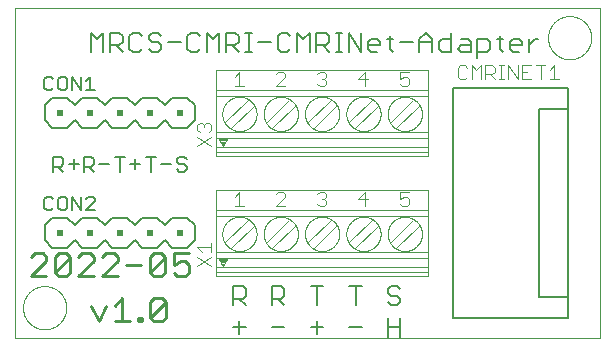
<source format=gto>
G75*
%MOIN*%
%OFA0B0*%
%FSLAX25Y25*%
%IPPOS*%
%LPD*%
%AMOC8*
5,1,8,0,0,1.08239X$1,22.5*
%
%ADD10C,0.00700*%
%ADD11C,0.00900*%
%ADD12C,0.00000*%
%ADD13C,0.00600*%
%ADD14C,0.00800*%
%ADD15C,0.00400*%
%ADD16C,0.00500*%
%ADD17R,0.02000X0.02000*%
D10*
X0074350Y0006836D02*
X0078554Y0006836D01*
X0076452Y0008938D02*
X0076452Y0004734D01*
X0087241Y0006836D02*
X0091445Y0006836D01*
X0100132Y0006836D02*
X0104336Y0006836D01*
X0102234Y0008938D02*
X0102234Y0004734D01*
X0113023Y0006836D02*
X0117227Y0006836D01*
X0125914Y0006836D02*
X0130118Y0006836D01*
X0130118Y0009989D02*
X0130118Y0003683D01*
X0125914Y0003683D02*
X0125914Y0009989D01*
X0126965Y0014183D02*
X0125914Y0015234D01*
X0126965Y0014183D02*
X0129067Y0014183D01*
X0130118Y0015234D01*
X0130118Y0016285D01*
X0129067Y0017336D01*
X0126965Y0017336D01*
X0125914Y0018387D01*
X0125914Y0019438D01*
X0126965Y0020489D01*
X0129067Y0020489D01*
X0130118Y0019438D01*
X0117227Y0020489D02*
X0113023Y0020489D01*
X0115125Y0020489D02*
X0115125Y0014183D01*
X0104336Y0020489D02*
X0100132Y0020489D01*
X0102234Y0020489D02*
X0102234Y0014183D01*
X0091445Y0014183D02*
X0089343Y0016285D01*
X0090394Y0016285D02*
X0087241Y0016285D01*
X0087241Y0014183D02*
X0087241Y0020489D01*
X0090394Y0020489D01*
X0091445Y0019438D01*
X0091445Y0017336D01*
X0090394Y0016285D01*
X0078554Y0017336D02*
X0077503Y0016285D01*
X0074350Y0016285D01*
X0076452Y0016285D02*
X0078554Y0014183D01*
X0074350Y0014183D02*
X0074350Y0020489D01*
X0077503Y0020489D01*
X0078554Y0019438D01*
X0078554Y0017336D01*
X0155760Y0096582D02*
X0155760Y0102887D01*
X0158913Y0102887D01*
X0159964Y0101836D01*
X0159964Y0099734D01*
X0158913Y0098683D01*
X0155760Y0098683D01*
X0153518Y0098683D02*
X0150365Y0098683D01*
X0149314Y0099734D01*
X0150365Y0100785D01*
X0153518Y0100785D01*
X0153518Y0101836D02*
X0153518Y0098683D01*
X0153518Y0101836D02*
X0152467Y0102887D01*
X0150365Y0102887D01*
X0147073Y0102887D02*
X0143920Y0102887D01*
X0142869Y0101836D01*
X0142869Y0099734D01*
X0143920Y0098683D01*
X0147073Y0098683D01*
X0147073Y0104989D01*
X0140627Y0102887D02*
X0140627Y0098683D01*
X0136423Y0098683D02*
X0136423Y0102887D01*
X0138525Y0104989D01*
X0140627Y0102887D01*
X0140627Y0101836D02*
X0136423Y0101836D01*
X0134182Y0101836D02*
X0129978Y0101836D01*
X0127783Y0102887D02*
X0125681Y0102887D01*
X0126732Y0103938D02*
X0126732Y0099734D01*
X0127783Y0098683D01*
X0123439Y0100785D02*
X0119235Y0100785D01*
X0119235Y0099734D02*
X0119235Y0101836D01*
X0120286Y0102887D01*
X0122388Y0102887D01*
X0123439Y0101836D01*
X0123439Y0100785D01*
X0122388Y0098683D02*
X0120286Y0098683D01*
X0119235Y0099734D01*
X0116994Y0098683D02*
X0116994Y0104989D01*
X0112790Y0104989D02*
X0116994Y0098683D01*
X0112790Y0098683D02*
X0112790Y0104989D01*
X0110595Y0104989D02*
X0108493Y0104989D01*
X0109544Y0104989D02*
X0109544Y0098683D01*
X0108493Y0098683D02*
X0110595Y0098683D01*
X0106251Y0098683D02*
X0104149Y0100785D01*
X0105200Y0100785D02*
X0106251Y0101836D01*
X0106251Y0103938D01*
X0105200Y0104989D01*
X0102047Y0104989D01*
X0102047Y0098683D01*
X0099806Y0098683D02*
X0099806Y0104989D01*
X0097704Y0102887D01*
X0095602Y0104989D01*
X0095602Y0098683D01*
X0093360Y0099734D02*
X0092309Y0098683D01*
X0090207Y0098683D01*
X0089156Y0099734D01*
X0089156Y0103938D01*
X0090207Y0104989D01*
X0092309Y0104989D01*
X0093360Y0103938D01*
X0086915Y0101836D02*
X0082711Y0101836D01*
X0080516Y0098683D02*
X0078414Y0098683D01*
X0079465Y0098683D02*
X0079465Y0104989D01*
X0078414Y0104989D02*
X0080516Y0104989D01*
X0076172Y0103938D02*
X0076172Y0101836D01*
X0075121Y0100785D01*
X0071968Y0100785D01*
X0074070Y0100785D02*
X0076172Y0098683D01*
X0071968Y0098683D02*
X0071968Y0104989D01*
X0075121Y0104989D01*
X0076172Y0103938D01*
X0069727Y0104989D02*
X0069727Y0098683D01*
X0065523Y0098683D02*
X0065523Y0104989D01*
X0067625Y0102887D01*
X0069727Y0104989D01*
X0063281Y0103938D02*
X0062230Y0104989D01*
X0060128Y0104989D01*
X0059077Y0103938D01*
X0059077Y0099734D01*
X0060128Y0098683D01*
X0062230Y0098683D01*
X0063281Y0099734D01*
X0056836Y0101836D02*
X0052632Y0101836D01*
X0050390Y0100785D02*
X0050390Y0099734D01*
X0049339Y0098683D01*
X0047237Y0098683D01*
X0046186Y0099734D01*
X0043945Y0099734D02*
X0042894Y0098683D01*
X0040792Y0098683D01*
X0039741Y0099734D01*
X0039741Y0103938D01*
X0040792Y0104989D01*
X0042894Y0104989D01*
X0043945Y0103938D01*
X0046186Y0103938D02*
X0046186Y0102887D01*
X0047237Y0101836D01*
X0049339Y0101836D01*
X0050390Y0100785D01*
X0050390Y0103938D02*
X0049339Y0104989D01*
X0047237Y0104989D01*
X0046186Y0103938D01*
X0037499Y0103938D02*
X0037499Y0101836D01*
X0036448Y0100785D01*
X0033295Y0100785D01*
X0035397Y0100785D02*
X0037499Y0098683D01*
X0033295Y0098683D02*
X0033295Y0104989D01*
X0036448Y0104989D01*
X0037499Y0103938D01*
X0031054Y0104989D02*
X0031054Y0098683D01*
X0026850Y0098683D02*
X0026850Y0104989D01*
X0028952Y0102887D01*
X0031054Y0104989D01*
X0102047Y0100785D02*
X0105200Y0100785D01*
X0162205Y0102887D02*
X0164307Y0102887D01*
X0163256Y0103938D02*
X0163256Y0099734D01*
X0164307Y0098683D01*
X0166502Y0099734D02*
X0166502Y0101836D01*
X0167553Y0102887D01*
X0169655Y0102887D01*
X0170706Y0101836D01*
X0170706Y0100785D01*
X0166502Y0100785D01*
X0166502Y0099734D02*
X0167553Y0098683D01*
X0169655Y0098683D01*
X0172948Y0098683D02*
X0172948Y0102887D01*
X0175050Y0102887D02*
X0176101Y0102887D01*
X0175050Y0102887D02*
X0172948Y0100785D01*
D11*
X0059600Y0031490D02*
X0054463Y0031490D01*
X0054463Y0027637D01*
X0057031Y0028921D01*
X0058316Y0028921D01*
X0059600Y0027637D01*
X0059600Y0025068D01*
X0058316Y0023783D01*
X0055747Y0023783D01*
X0054463Y0025068D01*
X0051682Y0025068D02*
X0050397Y0023783D01*
X0047828Y0023783D01*
X0046544Y0025068D01*
X0051682Y0030205D01*
X0051682Y0025068D01*
X0046544Y0025068D02*
X0046544Y0030205D01*
X0047828Y0031490D01*
X0050397Y0031490D01*
X0051682Y0030205D01*
X0043763Y0027637D02*
X0038625Y0027637D01*
X0035844Y0028921D02*
X0035844Y0030205D01*
X0034560Y0031490D01*
X0031991Y0031490D01*
X0030706Y0030205D01*
X0027925Y0030205D02*
X0027925Y0028921D01*
X0022788Y0023783D01*
X0027925Y0023783D01*
X0030706Y0023783D02*
X0035844Y0028921D01*
X0027925Y0030205D02*
X0026641Y0031490D01*
X0024072Y0031490D01*
X0022788Y0030205D01*
X0020006Y0030205D02*
X0014869Y0025068D01*
X0016153Y0023783D01*
X0018722Y0023783D01*
X0020006Y0025068D01*
X0020006Y0030205D01*
X0018722Y0031490D01*
X0016153Y0031490D01*
X0014869Y0030205D01*
X0014869Y0025068D01*
X0012088Y0023783D02*
X0006950Y0023783D01*
X0012088Y0028921D01*
X0012088Y0030205D01*
X0010803Y0031490D01*
X0008234Y0031490D01*
X0006950Y0030205D01*
X0030706Y0023783D02*
X0035844Y0023783D01*
X0037438Y0016490D02*
X0037438Y0008783D01*
X0040006Y0008783D02*
X0034869Y0008783D01*
X0029519Y0008783D02*
X0032088Y0013921D01*
X0034869Y0013921D02*
X0037438Y0016490D01*
X0046747Y0015205D02*
X0048031Y0016490D01*
X0050600Y0016490D01*
X0051885Y0015205D01*
X0046747Y0010068D01*
X0048031Y0008783D01*
X0050600Y0008783D01*
X0051885Y0010068D01*
X0051885Y0015205D01*
X0046747Y0015205D02*
X0046747Y0010068D01*
X0044072Y0010068D02*
X0044072Y0008783D01*
X0042788Y0008783D01*
X0042788Y0010068D01*
X0044072Y0010068D01*
X0029519Y0008783D02*
X0026950Y0013921D01*
D12*
X0001500Y0003333D02*
X0001500Y0113333D01*
X0196500Y0113333D01*
X0196500Y0003333D01*
X0001500Y0003333D01*
X0004300Y0013333D02*
X0004302Y0013510D01*
X0004309Y0013686D01*
X0004320Y0013863D01*
X0004335Y0014039D01*
X0004354Y0014214D01*
X0004378Y0014389D01*
X0004406Y0014564D01*
X0004438Y0014738D01*
X0004475Y0014911D01*
X0004516Y0015082D01*
X0004561Y0015253D01*
X0004610Y0015423D01*
X0004663Y0015592D01*
X0004721Y0015759D01*
X0004782Y0015924D01*
X0004848Y0016088D01*
X0004918Y0016251D01*
X0004991Y0016411D01*
X0005069Y0016570D01*
X0005150Y0016727D01*
X0005235Y0016882D01*
X0005324Y0017035D01*
X0005417Y0017185D01*
X0005513Y0017333D01*
X0005613Y0017479D01*
X0005717Y0017622D01*
X0005824Y0017763D01*
X0005934Y0017901D01*
X0006048Y0018036D01*
X0006165Y0018168D01*
X0006285Y0018298D01*
X0006409Y0018424D01*
X0006535Y0018548D01*
X0006665Y0018668D01*
X0006797Y0018785D01*
X0006932Y0018899D01*
X0007070Y0019009D01*
X0007211Y0019116D01*
X0007354Y0019220D01*
X0007500Y0019320D01*
X0007648Y0019416D01*
X0007798Y0019509D01*
X0007951Y0019598D01*
X0008106Y0019683D01*
X0008263Y0019764D01*
X0008422Y0019842D01*
X0008582Y0019915D01*
X0008745Y0019985D01*
X0008909Y0020051D01*
X0009074Y0020112D01*
X0009241Y0020170D01*
X0009410Y0020223D01*
X0009580Y0020272D01*
X0009751Y0020317D01*
X0009922Y0020358D01*
X0010095Y0020395D01*
X0010269Y0020427D01*
X0010444Y0020455D01*
X0010619Y0020479D01*
X0010794Y0020498D01*
X0010970Y0020513D01*
X0011147Y0020524D01*
X0011323Y0020531D01*
X0011500Y0020533D01*
X0011677Y0020531D01*
X0011853Y0020524D01*
X0012030Y0020513D01*
X0012206Y0020498D01*
X0012381Y0020479D01*
X0012556Y0020455D01*
X0012731Y0020427D01*
X0012905Y0020395D01*
X0013078Y0020358D01*
X0013249Y0020317D01*
X0013420Y0020272D01*
X0013590Y0020223D01*
X0013759Y0020170D01*
X0013926Y0020112D01*
X0014091Y0020051D01*
X0014255Y0019985D01*
X0014418Y0019915D01*
X0014578Y0019842D01*
X0014737Y0019764D01*
X0014894Y0019683D01*
X0015049Y0019598D01*
X0015202Y0019509D01*
X0015352Y0019416D01*
X0015500Y0019320D01*
X0015646Y0019220D01*
X0015789Y0019116D01*
X0015930Y0019009D01*
X0016068Y0018899D01*
X0016203Y0018785D01*
X0016335Y0018668D01*
X0016465Y0018548D01*
X0016591Y0018424D01*
X0016715Y0018298D01*
X0016835Y0018168D01*
X0016952Y0018036D01*
X0017066Y0017901D01*
X0017176Y0017763D01*
X0017283Y0017622D01*
X0017387Y0017479D01*
X0017487Y0017333D01*
X0017583Y0017185D01*
X0017676Y0017035D01*
X0017765Y0016882D01*
X0017850Y0016727D01*
X0017931Y0016570D01*
X0018009Y0016411D01*
X0018082Y0016251D01*
X0018152Y0016088D01*
X0018218Y0015924D01*
X0018279Y0015759D01*
X0018337Y0015592D01*
X0018390Y0015423D01*
X0018439Y0015253D01*
X0018484Y0015082D01*
X0018525Y0014911D01*
X0018562Y0014738D01*
X0018594Y0014564D01*
X0018622Y0014389D01*
X0018646Y0014214D01*
X0018665Y0014039D01*
X0018680Y0013863D01*
X0018691Y0013686D01*
X0018698Y0013510D01*
X0018700Y0013333D01*
X0018698Y0013156D01*
X0018691Y0012980D01*
X0018680Y0012803D01*
X0018665Y0012627D01*
X0018646Y0012452D01*
X0018622Y0012277D01*
X0018594Y0012102D01*
X0018562Y0011928D01*
X0018525Y0011755D01*
X0018484Y0011584D01*
X0018439Y0011413D01*
X0018390Y0011243D01*
X0018337Y0011074D01*
X0018279Y0010907D01*
X0018218Y0010742D01*
X0018152Y0010578D01*
X0018082Y0010415D01*
X0018009Y0010255D01*
X0017931Y0010096D01*
X0017850Y0009939D01*
X0017765Y0009784D01*
X0017676Y0009631D01*
X0017583Y0009481D01*
X0017487Y0009333D01*
X0017387Y0009187D01*
X0017283Y0009044D01*
X0017176Y0008903D01*
X0017066Y0008765D01*
X0016952Y0008630D01*
X0016835Y0008498D01*
X0016715Y0008368D01*
X0016591Y0008242D01*
X0016465Y0008118D01*
X0016335Y0007998D01*
X0016203Y0007881D01*
X0016068Y0007767D01*
X0015930Y0007657D01*
X0015789Y0007550D01*
X0015646Y0007446D01*
X0015500Y0007346D01*
X0015352Y0007250D01*
X0015202Y0007157D01*
X0015049Y0007068D01*
X0014894Y0006983D01*
X0014737Y0006902D01*
X0014578Y0006824D01*
X0014418Y0006751D01*
X0014255Y0006681D01*
X0014091Y0006615D01*
X0013926Y0006554D01*
X0013759Y0006496D01*
X0013590Y0006443D01*
X0013420Y0006394D01*
X0013249Y0006349D01*
X0013078Y0006308D01*
X0012905Y0006271D01*
X0012731Y0006239D01*
X0012556Y0006211D01*
X0012381Y0006187D01*
X0012206Y0006168D01*
X0012030Y0006153D01*
X0011853Y0006142D01*
X0011677Y0006135D01*
X0011500Y0006133D01*
X0011323Y0006135D01*
X0011147Y0006142D01*
X0010970Y0006153D01*
X0010794Y0006168D01*
X0010619Y0006187D01*
X0010444Y0006211D01*
X0010269Y0006239D01*
X0010095Y0006271D01*
X0009922Y0006308D01*
X0009751Y0006349D01*
X0009580Y0006394D01*
X0009410Y0006443D01*
X0009241Y0006496D01*
X0009074Y0006554D01*
X0008909Y0006615D01*
X0008745Y0006681D01*
X0008582Y0006751D01*
X0008422Y0006824D01*
X0008263Y0006902D01*
X0008106Y0006983D01*
X0007951Y0007068D01*
X0007798Y0007157D01*
X0007648Y0007250D01*
X0007500Y0007346D01*
X0007354Y0007446D01*
X0007211Y0007550D01*
X0007070Y0007657D01*
X0006932Y0007767D01*
X0006797Y0007881D01*
X0006665Y0007998D01*
X0006535Y0008118D01*
X0006409Y0008242D01*
X0006285Y0008368D01*
X0006165Y0008498D01*
X0006048Y0008630D01*
X0005934Y0008765D01*
X0005824Y0008903D01*
X0005717Y0009044D01*
X0005613Y0009187D01*
X0005513Y0009333D01*
X0005417Y0009481D01*
X0005324Y0009631D01*
X0005235Y0009784D01*
X0005150Y0009939D01*
X0005069Y0010096D01*
X0004991Y0010255D01*
X0004918Y0010415D01*
X0004848Y0010578D01*
X0004782Y0010742D01*
X0004721Y0010907D01*
X0004663Y0011074D01*
X0004610Y0011243D01*
X0004561Y0011413D01*
X0004516Y0011584D01*
X0004475Y0011755D01*
X0004438Y0011928D01*
X0004406Y0012102D01*
X0004378Y0012277D01*
X0004354Y0012452D01*
X0004335Y0012627D01*
X0004320Y0012803D01*
X0004309Y0012980D01*
X0004302Y0013156D01*
X0004300Y0013333D01*
X0179300Y0103333D02*
X0179302Y0103510D01*
X0179309Y0103686D01*
X0179320Y0103863D01*
X0179335Y0104039D01*
X0179354Y0104214D01*
X0179378Y0104389D01*
X0179406Y0104564D01*
X0179438Y0104738D01*
X0179475Y0104911D01*
X0179516Y0105082D01*
X0179561Y0105253D01*
X0179610Y0105423D01*
X0179663Y0105592D01*
X0179721Y0105759D01*
X0179782Y0105924D01*
X0179848Y0106088D01*
X0179918Y0106251D01*
X0179991Y0106411D01*
X0180069Y0106570D01*
X0180150Y0106727D01*
X0180235Y0106882D01*
X0180324Y0107035D01*
X0180417Y0107185D01*
X0180513Y0107333D01*
X0180613Y0107479D01*
X0180717Y0107622D01*
X0180824Y0107763D01*
X0180934Y0107901D01*
X0181048Y0108036D01*
X0181165Y0108168D01*
X0181285Y0108298D01*
X0181409Y0108424D01*
X0181535Y0108548D01*
X0181665Y0108668D01*
X0181797Y0108785D01*
X0181932Y0108899D01*
X0182070Y0109009D01*
X0182211Y0109116D01*
X0182354Y0109220D01*
X0182500Y0109320D01*
X0182648Y0109416D01*
X0182798Y0109509D01*
X0182951Y0109598D01*
X0183106Y0109683D01*
X0183263Y0109764D01*
X0183422Y0109842D01*
X0183582Y0109915D01*
X0183745Y0109985D01*
X0183909Y0110051D01*
X0184074Y0110112D01*
X0184241Y0110170D01*
X0184410Y0110223D01*
X0184580Y0110272D01*
X0184751Y0110317D01*
X0184922Y0110358D01*
X0185095Y0110395D01*
X0185269Y0110427D01*
X0185444Y0110455D01*
X0185619Y0110479D01*
X0185794Y0110498D01*
X0185970Y0110513D01*
X0186147Y0110524D01*
X0186323Y0110531D01*
X0186500Y0110533D01*
X0186677Y0110531D01*
X0186853Y0110524D01*
X0187030Y0110513D01*
X0187206Y0110498D01*
X0187381Y0110479D01*
X0187556Y0110455D01*
X0187731Y0110427D01*
X0187905Y0110395D01*
X0188078Y0110358D01*
X0188249Y0110317D01*
X0188420Y0110272D01*
X0188590Y0110223D01*
X0188759Y0110170D01*
X0188926Y0110112D01*
X0189091Y0110051D01*
X0189255Y0109985D01*
X0189418Y0109915D01*
X0189578Y0109842D01*
X0189737Y0109764D01*
X0189894Y0109683D01*
X0190049Y0109598D01*
X0190202Y0109509D01*
X0190352Y0109416D01*
X0190500Y0109320D01*
X0190646Y0109220D01*
X0190789Y0109116D01*
X0190930Y0109009D01*
X0191068Y0108899D01*
X0191203Y0108785D01*
X0191335Y0108668D01*
X0191465Y0108548D01*
X0191591Y0108424D01*
X0191715Y0108298D01*
X0191835Y0108168D01*
X0191952Y0108036D01*
X0192066Y0107901D01*
X0192176Y0107763D01*
X0192283Y0107622D01*
X0192387Y0107479D01*
X0192487Y0107333D01*
X0192583Y0107185D01*
X0192676Y0107035D01*
X0192765Y0106882D01*
X0192850Y0106727D01*
X0192931Y0106570D01*
X0193009Y0106411D01*
X0193082Y0106251D01*
X0193152Y0106088D01*
X0193218Y0105924D01*
X0193279Y0105759D01*
X0193337Y0105592D01*
X0193390Y0105423D01*
X0193439Y0105253D01*
X0193484Y0105082D01*
X0193525Y0104911D01*
X0193562Y0104738D01*
X0193594Y0104564D01*
X0193622Y0104389D01*
X0193646Y0104214D01*
X0193665Y0104039D01*
X0193680Y0103863D01*
X0193691Y0103686D01*
X0193698Y0103510D01*
X0193700Y0103333D01*
X0193698Y0103156D01*
X0193691Y0102980D01*
X0193680Y0102803D01*
X0193665Y0102627D01*
X0193646Y0102452D01*
X0193622Y0102277D01*
X0193594Y0102102D01*
X0193562Y0101928D01*
X0193525Y0101755D01*
X0193484Y0101584D01*
X0193439Y0101413D01*
X0193390Y0101243D01*
X0193337Y0101074D01*
X0193279Y0100907D01*
X0193218Y0100742D01*
X0193152Y0100578D01*
X0193082Y0100415D01*
X0193009Y0100255D01*
X0192931Y0100096D01*
X0192850Y0099939D01*
X0192765Y0099784D01*
X0192676Y0099631D01*
X0192583Y0099481D01*
X0192487Y0099333D01*
X0192387Y0099187D01*
X0192283Y0099044D01*
X0192176Y0098903D01*
X0192066Y0098765D01*
X0191952Y0098630D01*
X0191835Y0098498D01*
X0191715Y0098368D01*
X0191591Y0098242D01*
X0191465Y0098118D01*
X0191335Y0097998D01*
X0191203Y0097881D01*
X0191068Y0097767D01*
X0190930Y0097657D01*
X0190789Y0097550D01*
X0190646Y0097446D01*
X0190500Y0097346D01*
X0190352Y0097250D01*
X0190202Y0097157D01*
X0190049Y0097068D01*
X0189894Y0096983D01*
X0189737Y0096902D01*
X0189578Y0096824D01*
X0189418Y0096751D01*
X0189255Y0096681D01*
X0189091Y0096615D01*
X0188926Y0096554D01*
X0188759Y0096496D01*
X0188590Y0096443D01*
X0188420Y0096394D01*
X0188249Y0096349D01*
X0188078Y0096308D01*
X0187905Y0096271D01*
X0187731Y0096239D01*
X0187556Y0096211D01*
X0187381Y0096187D01*
X0187206Y0096168D01*
X0187030Y0096153D01*
X0186853Y0096142D01*
X0186677Y0096135D01*
X0186500Y0096133D01*
X0186323Y0096135D01*
X0186147Y0096142D01*
X0185970Y0096153D01*
X0185794Y0096168D01*
X0185619Y0096187D01*
X0185444Y0096211D01*
X0185269Y0096239D01*
X0185095Y0096271D01*
X0184922Y0096308D01*
X0184751Y0096349D01*
X0184580Y0096394D01*
X0184410Y0096443D01*
X0184241Y0096496D01*
X0184074Y0096554D01*
X0183909Y0096615D01*
X0183745Y0096681D01*
X0183582Y0096751D01*
X0183422Y0096824D01*
X0183263Y0096902D01*
X0183106Y0096983D01*
X0182951Y0097068D01*
X0182798Y0097157D01*
X0182648Y0097250D01*
X0182500Y0097346D01*
X0182354Y0097446D01*
X0182211Y0097550D01*
X0182070Y0097657D01*
X0181932Y0097767D01*
X0181797Y0097881D01*
X0181665Y0097998D01*
X0181535Y0098118D01*
X0181409Y0098242D01*
X0181285Y0098368D01*
X0181165Y0098498D01*
X0181048Y0098630D01*
X0180934Y0098765D01*
X0180824Y0098903D01*
X0180717Y0099044D01*
X0180613Y0099187D01*
X0180513Y0099333D01*
X0180417Y0099481D01*
X0180324Y0099631D01*
X0180235Y0099784D01*
X0180150Y0099939D01*
X0180069Y0100096D01*
X0179991Y0100255D01*
X0179918Y0100415D01*
X0179848Y0100578D01*
X0179782Y0100742D01*
X0179721Y0100907D01*
X0179663Y0101074D01*
X0179610Y0101243D01*
X0179561Y0101413D01*
X0179516Y0101584D01*
X0179475Y0101755D01*
X0179438Y0101928D01*
X0179406Y0102102D01*
X0179378Y0102277D01*
X0179354Y0102452D01*
X0179335Y0102627D01*
X0179320Y0102803D01*
X0179309Y0102980D01*
X0179302Y0103156D01*
X0179300Y0103333D01*
D13*
X0058887Y0062804D02*
X0058053Y0063638D01*
X0056385Y0063638D01*
X0055551Y0062804D01*
X0055551Y0061970D01*
X0056385Y0061135D01*
X0058053Y0061135D01*
X0058887Y0060301D01*
X0058887Y0059467D01*
X0058053Y0058633D01*
X0056385Y0058633D01*
X0055551Y0059467D01*
X0053731Y0061135D02*
X0050395Y0061135D01*
X0048575Y0063638D02*
X0045238Y0063638D01*
X0046906Y0063638D02*
X0046906Y0058633D01*
X0043418Y0061135D02*
X0040082Y0061135D01*
X0041750Y0059467D02*
X0041750Y0062804D01*
X0038262Y0063638D02*
X0034926Y0063638D01*
X0036594Y0063638D02*
X0036594Y0058633D01*
X0033105Y0061135D02*
X0029769Y0061135D01*
X0027949Y0061135D02*
X0027949Y0062804D01*
X0027115Y0063638D01*
X0024613Y0063638D01*
X0024613Y0058633D01*
X0024613Y0060301D02*
X0027115Y0060301D01*
X0027949Y0061135D01*
X0026281Y0060301D02*
X0027949Y0058633D01*
X0022793Y0061135D02*
X0019456Y0061135D01*
X0017636Y0061135D02*
X0016802Y0060301D01*
X0014300Y0060301D01*
X0014300Y0058633D02*
X0014300Y0063638D01*
X0016802Y0063638D01*
X0017636Y0062804D01*
X0017636Y0061135D01*
X0015968Y0060301D02*
X0017636Y0058633D01*
X0021124Y0059467D02*
X0021124Y0062804D01*
D14*
X0019000Y0073333D02*
X0014000Y0073333D01*
X0011500Y0075833D01*
X0011500Y0080833D01*
X0014000Y0083333D01*
X0019000Y0083333D01*
X0021500Y0080833D01*
X0024000Y0083333D01*
X0029000Y0083333D01*
X0031500Y0080833D01*
X0034000Y0083333D01*
X0039000Y0083333D01*
X0041500Y0080833D01*
X0044000Y0083333D01*
X0049000Y0083333D01*
X0051500Y0080833D01*
X0054000Y0083333D01*
X0059000Y0083333D01*
X0061500Y0080833D01*
X0061500Y0075833D01*
X0059000Y0073333D01*
X0054000Y0073333D01*
X0051500Y0075833D01*
X0049000Y0073333D01*
X0044000Y0073333D01*
X0041500Y0075833D01*
X0039000Y0073333D01*
X0034000Y0073333D01*
X0031500Y0075833D01*
X0029000Y0073333D01*
X0024000Y0073333D01*
X0021500Y0075833D01*
X0019000Y0073333D01*
X0019000Y0043333D02*
X0014000Y0043333D01*
X0011500Y0040833D01*
X0011500Y0035833D01*
X0014000Y0033333D01*
X0019000Y0033333D01*
X0021500Y0035833D01*
X0024000Y0033333D01*
X0029000Y0033333D01*
X0031500Y0035833D01*
X0034000Y0033333D01*
X0039000Y0033333D01*
X0041500Y0035833D01*
X0044000Y0033333D01*
X0049000Y0033333D01*
X0051500Y0035833D01*
X0054000Y0033333D01*
X0059000Y0033333D01*
X0061500Y0035833D01*
X0061500Y0040833D01*
X0059000Y0043333D01*
X0054000Y0043333D01*
X0051500Y0040833D01*
X0049000Y0043333D01*
X0044000Y0043333D01*
X0041500Y0040833D01*
X0039000Y0043333D01*
X0034000Y0043333D01*
X0031500Y0040833D01*
X0029000Y0043333D01*
X0024000Y0043333D01*
X0021500Y0040833D01*
X0019000Y0043333D01*
X0147504Y0009948D02*
X0185988Y0009948D01*
X0185988Y0017034D01*
X0176441Y0017034D01*
X0176441Y0079534D01*
X0185988Y0079534D01*
X0185988Y0086621D01*
X0147504Y0086621D01*
X0147504Y0009948D01*
X0185988Y0017034D02*
X0185988Y0079534D01*
D15*
X0182962Y0089557D02*
X0179893Y0089557D01*
X0181427Y0089557D02*
X0181427Y0094161D01*
X0179893Y0092626D01*
X0178358Y0094161D02*
X0175289Y0094161D01*
X0176824Y0094161D02*
X0176824Y0089557D01*
X0173754Y0089557D02*
X0170685Y0089557D01*
X0170685Y0094161D01*
X0173754Y0094161D01*
X0172220Y0091859D02*
X0170685Y0091859D01*
X0169150Y0089557D02*
X0169150Y0094161D01*
X0166081Y0094161D02*
X0169150Y0089557D01*
X0166081Y0089557D02*
X0166081Y0094161D01*
X0164546Y0094161D02*
X0163012Y0094161D01*
X0163779Y0094161D02*
X0163779Y0089557D01*
X0163012Y0089557D02*
X0164546Y0089557D01*
X0161477Y0089557D02*
X0159942Y0091092D01*
X0160710Y0091092D02*
X0158408Y0091092D01*
X0155339Y0092626D02*
X0156873Y0094161D01*
X0156873Y0089557D01*
X0158408Y0089557D02*
X0158408Y0094161D01*
X0160710Y0094161D01*
X0161477Y0093394D01*
X0161477Y0091859D01*
X0160710Y0091092D01*
X0155339Y0092626D02*
X0153804Y0094161D01*
X0153804Y0089557D01*
X0152269Y0090324D02*
X0151502Y0089557D01*
X0149967Y0089557D01*
X0149200Y0090324D01*
X0149200Y0093394D01*
X0149967Y0094161D01*
X0151502Y0094161D01*
X0152269Y0093394D01*
X0139433Y0092703D02*
X0139433Y0085862D01*
X0139433Y0083990D01*
X0068567Y0083990D01*
X0068567Y0071970D01*
X0068567Y0070068D01*
X0068567Y0066873D01*
X0068567Y0065144D01*
X0068567Y0063963D01*
X0139433Y0063963D01*
X0139433Y0065144D01*
X0139433Y0066873D01*
X0068567Y0066873D01*
X0066969Y0067283D02*
X0062365Y0070353D01*
X0063133Y0071887D02*
X0062365Y0072655D01*
X0062365Y0074189D01*
X0063133Y0074957D01*
X0063900Y0074957D01*
X0064667Y0074189D01*
X0065435Y0074957D01*
X0066202Y0074957D01*
X0066969Y0074189D01*
X0066969Y0072655D01*
X0066202Y0071887D01*
X0066969Y0070353D02*
X0062365Y0067283D01*
X0068567Y0065144D02*
X0139433Y0065144D01*
X0139433Y0066873D02*
X0139433Y0070068D01*
X0139433Y0071970D01*
X0068567Y0071970D01*
X0068567Y0070068D02*
X0139433Y0070068D01*
X0139433Y0071970D02*
X0139433Y0083990D01*
X0139433Y0085862D02*
X0068567Y0085862D01*
X0068567Y0083990D01*
X0068567Y0085862D02*
X0068567Y0092703D01*
X0139433Y0092703D01*
X0132939Y0091887D02*
X0129869Y0091887D01*
X0129869Y0089585D01*
X0131404Y0090353D01*
X0132171Y0090353D01*
X0132939Y0089585D01*
X0132939Y0088051D01*
X0132171Y0087283D01*
X0130637Y0087283D01*
X0129869Y0088051D01*
X0134358Y0082688D02*
X0126811Y0075140D01*
X0128760Y0073192D02*
X0136283Y0080715D01*
X0136307Y0080739D01*
X0125850Y0077940D02*
X0125852Y0078091D01*
X0125858Y0078241D01*
X0125868Y0078392D01*
X0125882Y0078542D01*
X0125900Y0078691D01*
X0125921Y0078841D01*
X0125947Y0078989D01*
X0125977Y0079137D01*
X0126010Y0079284D01*
X0126048Y0079430D01*
X0126089Y0079575D01*
X0126134Y0079719D01*
X0126183Y0079861D01*
X0126236Y0080002D01*
X0126292Y0080142D01*
X0126352Y0080280D01*
X0126415Y0080417D01*
X0126483Y0080552D01*
X0126553Y0080685D01*
X0126627Y0080816D01*
X0126705Y0080945D01*
X0126786Y0081072D01*
X0126870Y0081197D01*
X0126958Y0081320D01*
X0127049Y0081440D01*
X0127143Y0081558D01*
X0127240Y0081673D01*
X0127340Y0081786D01*
X0127443Y0081896D01*
X0127549Y0082003D01*
X0127658Y0082108D01*
X0127769Y0082209D01*
X0127883Y0082308D01*
X0127999Y0082403D01*
X0128119Y0082496D01*
X0128240Y0082585D01*
X0128364Y0082671D01*
X0128490Y0082754D01*
X0128618Y0082833D01*
X0128748Y0082909D01*
X0128880Y0082982D01*
X0129014Y0083050D01*
X0129150Y0083116D01*
X0129288Y0083178D01*
X0129427Y0083236D01*
X0129567Y0083290D01*
X0129709Y0083341D01*
X0129852Y0083388D01*
X0129997Y0083431D01*
X0130142Y0083470D01*
X0130289Y0083506D01*
X0130436Y0083537D01*
X0130584Y0083565D01*
X0130733Y0083589D01*
X0130882Y0083609D01*
X0131032Y0083625D01*
X0131182Y0083637D01*
X0131333Y0083645D01*
X0131484Y0083649D01*
X0131634Y0083649D01*
X0131785Y0083645D01*
X0131936Y0083637D01*
X0132086Y0083625D01*
X0132236Y0083609D01*
X0132385Y0083589D01*
X0132534Y0083565D01*
X0132682Y0083537D01*
X0132829Y0083506D01*
X0132976Y0083470D01*
X0133121Y0083431D01*
X0133266Y0083388D01*
X0133409Y0083341D01*
X0133551Y0083290D01*
X0133691Y0083236D01*
X0133830Y0083178D01*
X0133968Y0083116D01*
X0134104Y0083050D01*
X0134238Y0082982D01*
X0134370Y0082909D01*
X0134500Y0082833D01*
X0134628Y0082754D01*
X0134754Y0082671D01*
X0134878Y0082585D01*
X0134999Y0082496D01*
X0135119Y0082403D01*
X0135235Y0082308D01*
X0135349Y0082209D01*
X0135460Y0082108D01*
X0135569Y0082003D01*
X0135675Y0081896D01*
X0135778Y0081786D01*
X0135878Y0081673D01*
X0135975Y0081558D01*
X0136069Y0081440D01*
X0136160Y0081320D01*
X0136248Y0081197D01*
X0136332Y0081072D01*
X0136413Y0080945D01*
X0136491Y0080816D01*
X0136565Y0080685D01*
X0136635Y0080552D01*
X0136703Y0080417D01*
X0136766Y0080280D01*
X0136826Y0080142D01*
X0136882Y0080002D01*
X0136935Y0079861D01*
X0136984Y0079719D01*
X0137029Y0079575D01*
X0137070Y0079430D01*
X0137108Y0079284D01*
X0137141Y0079137D01*
X0137171Y0078989D01*
X0137197Y0078841D01*
X0137218Y0078691D01*
X0137236Y0078542D01*
X0137250Y0078392D01*
X0137260Y0078241D01*
X0137266Y0078091D01*
X0137268Y0077940D01*
X0137266Y0077789D01*
X0137260Y0077639D01*
X0137250Y0077488D01*
X0137236Y0077338D01*
X0137218Y0077189D01*
X0137197Y0077039D01*
X0137171Y0076891D01*
X0137141Y0076743D01*
X0137108Y0076596D01*
X0137070Y0076450D01*
X0137029Y0076305D01*
X0136984Y0076161D01*
X0136935Y0076019D01*
X0136882Y0075878D01*
X0136826Y0075738D01*
X0136766Y0075600D01*
X0136703Y0075463D01*
X0136635Y0075328D01*
X0136565Y0075195D01*
X0136491Y0075064D01*
X0136413Y0074935D01*
X0136332Y0074808D01*
X0136248Y0074683D01*
X0136160Y0074560D01*
X0136069Y0074440D01*
X0135975Y0074322D01*
X0135878Y0074207D01*
X0135778Y0074094D01*
X0135675Y0073984D01*
X0135569Y0073877D01*
X0135460Y0073772D01*
X0135349Y0073671D01*
X0135235Y0073572D01*
X0135119Y0073477D01*
X0134999Y0073384D01*
X0134878Y0073295D01*
X0134754Y0073209D01*
X0134628Y0073126D01*
X0134500Y0073047D01*
X0134370Y0072971D01*
X0134238Y0072898D01*
X0134104Y0072830D01*
X0133968Y0072764D01*
X0133830Y0072702D01*
X0133691Y0072644D01*
X0133551Y0072590D01*
X0133409Y0072539D01*
X0133266Y0072492D01*
X0133121Y0072449D01*
X0132976Y0072410D01*
X0132829Y0072374D01*
X0132682Y0072343D01*
X0132534Y0072315D01*
X0132385Y0072291D01*
X0132236Y0072271D01*
X0132086Y0072255D01*
X0131936Y0072243D01*
X0131785Y0072235D01*
X0131634Y0072231D01*
X0131484Y0072231D01*
X0131333Y0072235D01*
X0131182Y0072243D01*
X0131032Y0072255D01*
X0130882Y0072271D01*
X0130733Y0072291D01*
X0130584Y0072315D01*
X0130436Y0072343D01*
X0130289Y0072374D01*
X0130142Y0072410D01*
X0129997Y0072449D01*
X0129852Y0072492D01*
X0129709Y0072539D01*
X0129567Y0072590D01*
X0129427Y0072644D01*
X0129288Y0072702D01*
X0129150Y0072764D01*
X0129014Y0072830D01*
X0128880Y0072898D01*
X0128748Y0072971D01*
X0128618Y0073047D01*
X0128490Y0073126D01*
X0128364Y0073209D01*
X0128240Y0073295D01*
X0128119Y0073384D01*
X0127999Y0073477D01*
X0127883Y0073572D01*
X0127769Y0073671D01*
X0127658Y0073772D01*
X0127549Y0073877D01*
X0127443Y0073984D01*
X0127340Y0074094D01*
X0127240Y0074207D01*
X0127143Y0074322D01*
X0127049Y0074440D01*
X0126958Y0074560D01*
X0126870Y0074683D01*
X0126786Y0074808D01*
X0126705Y0074935D01*
X0126627Y0075064D01*
X0126553Y0075195D01*
X0126483Y0075328D01*
X0126415Y0075463D01*
X0126352Y0075600D01*
X0126292Y0075738D01*
X0126236Y0075878D01*
X0126183Y0076019D01*
X0126134Y0076161D01*
X0126089Y0076305D01*
X0126048Y0076450D01*
X0126010Y0076596D01*
X0125977Y0076743D01*
X0125947Y0076891D01*
X0125921Y0077039D01*
X0125900Y0077189D01*
X0125882Y0077338D01*
X0125868Y0077488D01*
X0125858Y0077639D01*
X0125852Y0077789D01*
X0125850Y0077940D01*
X0122528Y0080739D02*
X0122504Y0080715D01*
X0114980Y0073192D01*
X0113031Y0075140D02*
X0120579Y0082688D01*
X0118421Y0087283D02*
X0118421Y0091887D01*
X0116119Y0089585D01*
X0119189Y0089585D01*
X0105439Y0088818D02*
X0105439Y0088051D01*
X0104671Y0087283D01*
X0103137Y0087283D01*
X0102369Y0088051D01*
X0103904Y0089585D02*
X0104671Y0089585D01*
X0105439Y0088818D01*
X0104671Y0089585D02*
X0105439Y0090353D01*
X0105439Y0091120D01*
X0104671Y0091887D01*
X0103137Y0091887D01*
X0102369Y0091120D01*
X0091689Y0091120D02*
X0091689Y0090353D01*
X0088619Y0087283D01*
X0091689Y0087283D01*
X0091689Y0091120D02*
X0090921Y0091887D01*
X0089387Y0091887D01*
X0088619Y0091120D01*
X0077939Y0087283D02*
X0074869Y0087283D01*
X0076404Y0087283D02*
X0076404Y0091887D01*
X0074869Y0090353D01*
X0079240Y0082688D02*
X0071693Y0075140D01*
X0073642Y0073192D02*
X0081165Y0080715D01*
X0081189Y0080739D01*
X0070732Y0077940D02*
X0070734Y0078091D01*
X0070740Y0078241D01*
X0070750Y0078392D01*
X0070764Y0078542D01*
X0070782Y0078691D01*
X0070803Y0078841D01*
X0070829Y0078989D01*
X0070859Y0079137D01*
X0070892Y0079284D01*
X0070930Y0079430D01*
X0070971Y0079575D01*
X0071016Y0079719D01*
X0071065Y0079861D01*
X0071118Y0080002D01*
X0071174Y0080142D01*
X0071234Y0080280D01*
X0071297Y0080417D01*
X0071365Y0080552D01*
X0071435Y0080685D01*
X0071509Y0080816D01*
X0071587Y0080945D01*
X0071668Y0081072D01*
X0071752Y0081197D01*
X0071840Y0081320D01*
X0071931Y0081440D01*
X0072025Y0081558D01*
X0072122Y0081673D01*
X0072222Y0081786D01*
X0072325Y0081896D01*
X0072431Y0082003D01*
X0072540Y0082108D01*
X0072651Y0082209D01*
X0072765Y0082308D01*
X0072881Y0082403D01*
X0073001Y0082496D01*
X0073122Y0082585D01*
X0073246Y0082671D01*
X0073372Y0082754D01*
X0073500Y0082833D01*
X0073630Y0082909D01*
X0073762Y0082982D01*
X0073896Y0083050D01*
X0074032Y0083116D01*
X0074170Y0083178D01*
X0074309Y0083236D01*
X0074449Y0083290D01*
X0074591Y0083341D01*
X0074734Y0083388D01*
X0074879Y0083431D01*
X0075024Y0083470D01*
X0075171Y0083506D01*
X0075318Y0083537D01*
X0075466Y0083565D01*
X0075615Y0083589D01*
X0075764Y0083609D01*
X0075914Y0083625D01*
X0076064Y0083637D01*
X0076215Y0083645D01*
X0076366Y0083649D01*
X0076516Y0083649D01*
X0076667Y0083645D01*
X0076818Y0083637D01*
X0076968Y0083625D01*
X0077118Y0083609D01*
X0077267Y0083589D01*
X0077416Y0083565D01*
X0077564Y0083537D01*
X0077711Y0083506D01*
X0077858Y0083470D01*
X0078003Y0083431D01*
X0078148Y0083388D01*
X0078291Y0083341D01*
X0078433Y0083290D01*
X0078573Y0083236D01*
X0078712Y0083178D01*
X0078850Y0083116D01*
X0078986Y0083050D01*
X0079120Y0082982D01*
X0079252Y0082909D01*
X0079382Y0082833D01*
X0079510Y0082754D01*
X0079636Y0082671D01*
X0079760Y0082585D01*
X0079881Y0082496D01*
X0080001Y0082403D01*
X0080117Y0082308D01*
X0080231Y0082209D01*
X0080342Y0082108D01*
X0080451Y0082003D01*
X0080557Y0081896D01*
X0080660Y0081786D01*
X0080760Y0081673D01*
X0080857Y0081558D01*
X0080951Y0081440D01*
X0081042Y0081320D01*
X0081130Y0081197D01*
X0081214Y0081072D01*
X0081295Y0080945D01*
X0081373Y0080816D01*
X0081447Y0080685D01*
X0081517Y0080552D01*
X0081585Y0080417D01*
X0081648Y0080280D01*
X0081708Y0080142D01*
X0081764Y0080002D01*
X0081817Y0079861D01*
X0081866Y0079719D01*
X0081911Y0079575D01*
X0081952Y0079430D01*
X0081990Y0079284D01*
X0082023Y0079137D01*
X0082053Y0078989D01*
X0082079Y0078841D01*
X0082100Y0078691D01*
X0082118Y0078542D01*
X0082132Y0078392D01*
X0082142Y0078241D01*
X0082148Y0078091D01*
X0082150Y0077940D01*
X0082148Y0077789D01*
X0082142Y0077639D01*
X0082132Y0077488D01*
X0082118Y0077338D01*
X0082100Y0077189D01*
X0082079Y0077039D01*
X0082053Y0076891D01*
X0082023Y0076743D01*
X0081990Y0076596D01*
X0081952Y0076450D01*
X0081911Y0076305D01*
X0081866Y0076161D01*
X0081817Y0076019D01*
X0081764Y0075878D01*
X0081708Y0075738D01*
X0081648Y0075600D01*
X0081585Y0075463D01*
X0081517Y0075328D01*
X0081447Y0075195D01*
X0081373Y0075064D01*
X0081295Y0074935D01*
X0081214Y0074808D01*
X0081130Y0074683D01*
X0081042Y0074560D01*
X0080951Y0074440D01*
X0080857Y0074322D01*
X0080760Y0074207D01*
X0080660Y0074094D01*
X0080557Y0073984D01*
X0080451Y0073877D01*
X0080342Y0073772D01*
X0080231Y0073671D01*
X0080117Y0073572D01*
X0080001Y0073477D01*
X0079881Y0073384D01*
X0079760Y0073295D01*
X0079636Y0073209D01*
X0079510Y0073126D01*
X0079382Y0073047D01*
X0079252Y0072971D01*
X0079120Y0072898D01*
X0078986Y0072830D01*
X0078850Y0072764D01*
X0078712Y0072702D01*
X0078573Y0072644D01*
X0078433Y0072590D01*
X0078291Y0072539D01*
X0078148Y0072492D01*
X0078003Y0072449D01*
X0077858Y0072410D01*
X0077711Y0072374D01*
X0077564Y0072343D01*
X0077416Y0072315D01*
X0077267Y0072291D01*
X0077118Y0072271D01*
X0076968Y0072255D01*
X0076818Y0072243D01*
X0076667Y0072235D01*
X0076516Y0072231D01*
X0076366Y0072231D01*
X0076215Y0072235D01*
X0076064Y0072243D01*
X0075914Y0072255D01*
X0075764Y0072271D01*
X0075615Y0072291D01*
X0075466Y0072315D01*
X0075318Y0072343D01*
X0075171Y0072374D01*
X0075024Y0072410D01*
X0074879Y0072449D01*
X0074734Y0072492D01*
X0074591Y0072539D01*
X0074449Y0072590D01*
X0074309Y0072644D01*
X0074170Y0072702D01*
X0074032Y0072764D01*
X0073896Y0072830D01*
X0073762Y0072898D01*
X0073630Y0072971D01*
X0073500Y0073047D01*
X0073372Y0073126D01*
X0073246Y0073209D01*
X0073122Y0073295D01*
X0073001Y0073384D01*
X0072881Y0073477D01*
X0072765Y0073572D01*
X0072651Y0073671D01*
X0072540Y0073772D01*
X0072431Y0073877D01*
X0072325Y0073984D01*
X0072222Y0074094D01*
X0072122Y0074207D01*
X0072025Y0074322D01*
X0071931Y0074440D01*
X0071840Y0074560D01*
X0071752Y0074683D01*
X0071668Y0074808D01*
X0071587Y0074935D01*
X0071509Y0075064D01*
X0071435Y0075195D01*
X0071365Y0075328D01*
X0071297Y0075463D01*
X0071234Y0075600D01*
X0071174Y0075738D01*
X0071118Y0075878D01*
X0071065Y0076019D01*
X0071016Y0076161D01*
X0070971Y0076305D01*
X0070930Y0076450D01*
X0070892Y0076596D01*
X0070859Y0076743D01*
X0070829Y0076891D01*
X0070803Y0077039D01*
X0070782Y0077189D01*
X0070764Y0077338D01*
X0070750Y0077488D01*
X0070740Y0077639D01*
X0070734Y0077789D01*
X0070732Y0077940D01*
X0064667Y0074189D02*
X0064667Y0073422D01*
X0069669Y0069583D02*
X0072169Y0069583D01*
X0070919Y0067083D01*
X0069669Y0069583D01*
X0069718Y0069486D02*
X0072121Y0069486D01*
X0071921Y0069088D02*
X0069917Y0069088D01*
X0070116Y0068689D02*
X0071722Y0068689D01*
X0071523Y0068291D02*
X0070316Y0068291D01*
X0070515Y0067892D02*
X0071324Y0067892D01*
X0071124Y0067494D02*
X0070714Y0067494D01*
X0070913Y0067095D02*
X0070925Y0067095D01*
X0085472Y0075140D02*
X0093020Y0082688D01*
X0094969Y0080739D02*
X0094945Y0080715D01*
X0087421Y0073192D01*
X0084511Y0077940D02*
X0084513Y0078091D01*
X0084519Y0078241D01*
X0084529Y0078392D01*
X0084543Y0078542D01*
X0084561Y0078691D01*
X0084582Y0078841D01*
X0084608Y0078989D01*
X0084638Y0079137D01*
X0084671Y0079284D01*
X0084709Y0079430D01*
X0084750Y0079575D01*
X0084795Y0079719D01*
X0084844Y0079861D01*
X0084897Y0080002D01*
X0084953Y0080142D01*
X0085013Y0080280D01*
X0085076Y0080417D01*
X0085144Y0080552D01*
X0085214Y0080685D01*
X0085288Y0080816D01*
X0085366Y0080945D01*
X0085447Y0081072D01*
X0085531Y0081197D01*
X0085619Y0081320D01*
X0085710Y0081440D01*
X0085804Y0081558D01*
X0085901Y0081673D01*
X0086001Y0081786D01*
X0086104Y0081896D01*
X0086210Y0082003D01*
X0086319Y0082108D01*
X0086430Y0082209D01*
X0086544Y0082308D01*
X0086660Y0082403D01*
X0086780Y0082496D01*
X0086901Y0082585D01*
X0087025Y0082671D01*
X0087151Y0082754D01*
X0087279Y0082833D01*
X0087409Y0082909D01*
X0087541Y0082982D01*
X0087675Y0083050D01*
X0087811Y0083116D01*
X0087949Y0083178D01*
X0088088Y0083236D01*
X0088228Y0083290D01*
X0088370Y0083341D01*
X0088513Y0083388D01*
X0088658Y0083431D01*
X0088803Y0083470D01*
X0088950Y0083506D01*
X0089097Y0083537D01*
X0089245Y0083565D01*
X0089394Y0083589D01*
X0089543Y0083609D01*
X0089693Y0083625D01*
X0089843Y0083637D01*
X0089994Y0083645D01*
X0090145Y0083649D01*
X0090295Y0083649D01*
X0090446Y0083645D01*
X0090597Y0083637D01*
X0090747Y0083625D01*
X0090897Y0083609D01*
X0091046Y0083589D01*
X0091195Y0083565D01*
X0091343Y0083537D01*
X0091490Y0083506D01*
X0091637Y0083470D01*
X0091782Y0083431D01*
X0091927Y0083388D01*
X0092070Y0083341D01*
X0092212Y0083290D01*
X0092352Y0083236D01*
X0092491Y0083178D01*
X0092629Y0083116D01*
X0092765Y0083050D01*
X0092899Y0082982D01*
X0093031Y0082909D01*
X0093161Y0082833D01*
X0093289Y0082754D01*
X0093415Y0082671D01*
X0093539Y0082585D01*
X0093660Y0082496D01*
X0093780Y0082403D01*
X0093896Y0082308D01*
X0094010Y0082209D01*
X0094121Y0082108D01*
X0094230Y0082003D01*
X0094336Y0081896D01*
X0094439Y0081786D01*
X0094539Y0081673D01*
X0094636Y0081558D01*
X0094730Y0081440D01*
X0094821Y0081320D01*
X0094909Y0081197D01*
X0094993Y0081072D01*
X0095074Y0080945D01*
X0095152Y0080816D01*
X0095226Y0080685D01*
X0095296Y0080552D01*
X0095364Y0080417D01*
X0095427Y0080280D01*
X0095487Y0080142D01*
X0095543Y0080002D01*
X0095596Y0079861D01*
X0095645Y0079719D01*
X0095690Y0079575D01*
X0095731Y0079430D01*
X0095769Y0079284D01*
X0095802Y0079137D01*
X0095832Y0078989D01*
X0095858Y0078841D01*
X0095879Y0078691D01*
X0095897Y0078542D01*
X0095911Y0078392D01*
X0095921Y0078241D01*
X0095927Y0078091D01*
X0095929Y0077940D01*
X0095927Y0077789D01*
X0095921Y0077639D01*
X0095911Y0077488D01*
X0095897Y0077338D01*
X0095879Y0077189D01*
X0095858Y0077039D01*
X0095832Y0076891D01*
X0095802Y0076743D01*
X0095769Y0076596D01*
X0095731Y0076450D01*
X0095690Y0076305D01*
X0095645Y0076161D01*
X0095596Y0076019D01*
X0095543Y0075878D01*
X0095487Y0075738D01*
X0095427Y0075600D01*
X0095364Y0075463D01*
X0095296Y0075328D01*
X0095226Y0075195D01*
X0095152Y0075064D01*
X0095074Y0074935D01*
X0094993Y0074808D01*
X0094909Y0074683D01*
X0094821Y0074560D01*
X0094730Y0074440D01*
X0094636Y0074322D01*
X0094539Y0074207D01*
X0094439Y0074094D01*
X0094336Y0073984D01*
X0094230Y0073877D01*
X0094121Y0073772D01*
X0094010Y0073671D01*
X0093896Y0073572D01*
X0093780Y0073477D01*
X0093660Y0073384D01*
X0093539Y0073295D01*
X0093415Y0073209D01*
X0093289Y0073126D01*
X0093161Y0073047D01*
X0093031Y0072971D01*
X0092899Y0072898D01*
X0092765Y0072830D01*
X0092629Y0072764D01*
X0092491Y0072702D01*
X0092352Y0072644D01*
X0092212Y0072590D01*
X0092070Y0072539D01*
X0091927Y0072492D01*
X0091782Y0072449D01*
X0091637Y0072410D01*
X0091490Y0072374D01*
X0091343Y0072343D01*
X0091195Y0072315D01*
X0091046Y0072291D01*
X0090897Y0072271D01*
X0090747Y0072255D01*
X0090597Y0072243D01*
X0090446Y0072235D01*
X0090295Y0072231D01*
X0090145Y0072231D01*
X0089994Y0072235D01*
X0089843Y0072243D01*
X0089693Y0072255D01*
X0089543Y0072271D01*
X0089394Y0072291D01*
X0089245Y0072315D01*
X0089097Y0072343D01*
X0088950Y0072374D01*
X0088803Y0072410D01*
X0088658Y0072449D01*
X0088513Y0072492D01*
X0088370Y0072539D01*
X0088228Y0072590D01*
X0088088Y0072644D01*
X0087949Y0072702D01*
X0087811Y0072764D01*
X0087675Y0072830D01*
X0087541Y0072898D01*
X0087409Y0072971D01*
X0087279Y0073047D01*
X0087151Y0073126D01*
X0087025Y0073209D01*
X0086901Y0073295D01*
X0086780Y0073384D01*
X0086660Y0073477D01*
X0086544Y0073572D01*
X0086430Y0073671D01*
X0086319Y0073772D01*
X0086210Y0073877D01*
X0086104Y0073984D01*
X0086001Y0074094D01*
X0085901Y0074207D01*
X0085804Y0074322D01*
X0085710Y0074440D01*
X0085619Y0074560D01*
X0085531Y0074683D01*
X0085447Y0074808D01*
X0085366Y0074935D01*
X0085288Y0075064D01*
X0085214Y0075195D01*
X0085144Y0075328D01*
X0085076Y0075463D01*
X0085013Y0075600D01*
X0084953Y0075738D01*
X0084897Y0075878D01*
X0084844Y0076019D01*
X0084795Y0076161D01*
X0084750Y0076305D01*
X0084709Y0076450D01*
X0084671Y0076596D01*
X0084638Y0076743D01*
X0084608Y0076891D01*
X0084582Y0077039D01*
X0084561Y0077189D01*
X0084543Y0077338D01*
X0084529Y0077488D01*
X0084519Y0077639D01*
X0084513Y0077789D01*
X0084511Y0077940D01*
X0099252Y0075140D02*
X0106799Y0082688D01*
X0108748Y0080739D02*
X0108724Y0080715D01*
X0101201Y0073192D01*
X0098291Y0077940D02*
X0098293Y0078091D01*
X0098299Y0078241D01*
X0098309Y0078392D01*
X0098323Y0078542D01*
X0098341Y0078691D01*
X0098362Y0078841D01*
X0098388Y0078989D01*
X0098418Y0079137D01*
X0098451Y0079284D01*
X0098489Y0079430D01*
X0098530Y0079575D01*
X0098575Y0079719D01*
X0098624Y0079861D01*
X0098677Y0080002D01*
X0098733Y0080142D01*
X0098793Y0080280D01*
X0098856Y0080417D01*
X0098924Y0080552D01*
X0098994Y0080685D01*
X0099068Y0080816D01*
X0099146Y0080945D01*
X0099227Y0081072D01*
X0099311Y0081197D01*
X0099399Y0081320D01*
X0099490Y0081440D01*
X0099584Y0081558D01*
X0099681Y0081673D01*
X0099781Y0081786D01*
X0099884Y0081896D01*
X0099990Y0082003D01*
X0100099Y0082108D01*
X0100210Y0082209D01*
X0100324Y0082308D01*
X0100440Y0082403D01*
X0100560Y0082496D01*
X0100681Y0082585D01*
X0100805Y0082671D01*
X0100931Y0082754D01*
X0101059Y0082833D01*
X0101189Y0082909D01*
X0101321Y0082982D01*
X0101455Y0083050D01*
X0101591Y0083116D01*
X0101729Y0083178D01*
X0101868Y0083236D01*
X0102008Y0083290D01*
X0102150Y0083341D01*
X0102293Y0083388D01*
X0102438Y0083431D01*
X0102583Y0083470D01*
X0102730Y0083506D01*
X0102877Y0083537D01*
X0103025Y0083565D01*
X0103174Y0083589D01*
X0103323Y0083609D01*
X0103473Y0083625D01*
X0103623Y0083637D01*
X0103774Y0083645D01*
X0103925Y0083649D01*
X0104075Y0083649D01*
X0104226Y0083645D01*
X0104377Y0083637D01*
X0104527Y0083625D01*
X0104677Y0083609D01*
X0104826Y0083589D01*
X0104975Y0083565D01*
X0105123Y0083537D01*
X0105270Y0083506D01*
X0105417Y0083470D01*
X0105562Y0083431D01*
X0105707Y0083388D01*
X0105850Y0083341D01*
X0105992Y0083290D01*
X0106132Y0083236D01*
X0106271Y0083178D01*
X0106409Y0083116D01*
X0106545Y0083050D01*
X0106679Y0082982D01*
X0106811Y0082909D01*
X0106941Y0082833D01*
X0107069Y0082754D01*
X0107195Y0082671D01*
X0107319Y0082585D01*
X0107440Y0082496D01*
X0107560Y0082403D01*
X0107676Y0082308D01*
X0107790Y0082209D01*
X0107901Y0082108D01*
X0108010Y0082003D01*
X0108116Y0081896D01*
X0108219Y0081786D01*
X0108319Y0081673D01*
X0108416Y0081558D01*
X0108510Y0081440D01*
X0108601Y0081320D01*
X0108689Y0081197D01*
X0108773Y0081072D01*
X0108854Y0080945D01*
X0108932Y0080816D01*
X0109006Y0080685D01*
X0109076Y0080552D01*
X0109144Y0080417D01*
X0109207Y0080280D01*
X0109267Y0080142D01*
X0109323Y0080002D01*
X0109376Y0079861D01*
X0109425Y0079719D01*
X0109470Y0079575D01*
X0109511Y0079430D01*
X0109549Y0079284D01*
X0109582Y0079137D01*
X0109612Y0078989D01*
X0109638Y0078841D01*
X0109659Y0078691D01*
X0109677Y0078542D01*
X0109691Y0078392D01*
X0109701Y0078241D01*
X0109707Y0078091D01*
X0109709Y0077940D01*
X0109707Y0077789D01*
X0109701Y0077639D01*
X0109691Y0077488D01*
X0109677Y0077338D01*
X0109659Y0077189D01*
X0109638Y0077039D01*
X0109612Y0076891D01*
X0109582Y0076743D01*
X0109549Y0076596D01*
X0109511Y0076450D01*
X0109470Y0076305D01*
X0109425Y0076161D01*
X0109376Y0076019D01*
X0109323Y0075878D01*
X0109267Y0075738D01*
X0109207Y0075600D01*
X0109144Y0075463D01*
X0109076Y0075328D01*
X0109006Y0075195D01*
X0108932Y0075064D01*
X0108854Y0074935D01*
X0108773Y0074808D01*
X0108689Y0074683D01*
X0108601Y0074560D01*
X0108510Y0074440D01*
X0108416Y0074322D01*
X0108319Y0074207D01*
X0108219Y0074094D01*
X0108116Y0073984D01*
X0108010Y0073877D01*
X0107901Y0073772D01*
X0107790Y0073671D01*
X0107676Y0073572D01*
X0107560Y0073477D01*
X0107440Y0073384D01*
X0107319Y0073295D01*
X0107195Y0073209D01*
X0107069Y0073126D01*
X0106941Y0073047D01*
X0106811Y0072971D01*
X0106679Y0072898D01*
X0106545Y0072830D01*
X0106409Y0072764D01*
X0106271Y0072702D01*
X0106132Y0072644D01*
X0105992Y0072590D01*
X0105850Y0072539D01*
X0105707Y0072492D01*
X0105562Y0072449D01*
X0105417Y0072410D01*
X0105270Y0072374D01*
X0105123Y0072343D01*
X0104975Y0072315D01*
X0104826Y0072291D01*
X0104677Y0072271D01*
X0104527Y0072255D01*
X0104377Y0072243D01*
X0104226Y0072235D01*
X0104075Y0072231D01*
X0103925Y0072231D01*
X0103774Y0072235D01*
X0103623Y0072243D01*
X0103473Y0072255D01*
X0103323Y0072271D01*
X0103174Y0072291D01*
X0103025Y0072315D01*
X0102877Y0072343D01*
X0102730Y0072374D01*
X0102583Y0072410D01*
X0102438Y0072449D01*
X0102293Y0072492D01*
X0102150Y0072539D01*
X0102008Y0072590D01*
X0101868Y0072644D01*
X0101729Y0072702D01*
X0101591Y0072764D01*
X0101455Y0072830D01*
X0101321Y0072898D01*
X0101189Y0072971D01*
X0101059Y0073047D01*
X0100931Y0073126D01*
X0100805Y0073209D01*
X0100681Y0073295D01*
X0100560Y0073384D01*
X0100440Y0073477D01*
X0100324Y0073572D01*
X0100210Y0073671D01*
X0100099Y0073772D01*
X0099990Y0073877D01*
X0099884Y0073984D01*
X0099781Y0074094D01*
X0099681Y0074207D01*
X0099584Y0074322D01*
X0099490Y0074440D01*
X0099399Y0074560D01*
X0099311Y0074683D01*
X0099227Y0074808D01*
X0099146Y0074935D01*
X0099068Y0075064D01*
X0098994Y0075195D01*
X0098924Y0075328D01*
X0098856Y0075463D01*
X0098793Y0075600D01*
X0098733Y0075738D01*
X0098677Y0075878D01*
X0098624Y0076019D01*
X0098575Y0076161D01*
X0098530Y0076305D01*
X0098489Y0076450D01*
X0098451Y0076596D01*
X0098418Y0076743D01*
X0098388Y0076891D01*
X0098362Y0077039D01*
X0098341Y0077189D01*
X0098323Y0077338D01*
X0098309Y0077488D01*
X0098299Y0077639D01*
X0098293Y0077789D01*
X0098291Y0077940D01*
X0112071Y0077940D02*
X0112073Y0078091D01*
X0112079Y0078241D01*
X0112089Y0078392D01*
X0112103Y0078542D01*
X0112121Y0078691D01*
X0112142Y0078841D01*
X0112168Y0078989D01*
X0112198Y0079137D01*
X0112231Y0079284D01*
X0112269Y0079430D01*
X0112310Y0079575D01*
X0112355Y0079719D01*
X0112404Y0079861D01*
X0112457Y0080002D01*
X0112513Y0080142D01*
X0112573Y0080280D01*
X0112636Y0080417D01*
X0112704Y0080552D01*
X0112774Y0080685D01*
X0112848Y0080816D01*
X0112926Y0080945D01*
X0113007Y0081072D01*
X0113091Y0081197D01*
X0113179Y0081320D01*
X0113270Y0081440D01*
X0113364Y0081558D01*
X0113461Y0081673D01*
X0113561Y0081786D01*
X0113664Y0081896D01*
X0113770Y0082003D01*
X0113879Y0082108D01*
X0113990Y0082209D01*
X0114104Y0082308D01*
X0114220Y0082403D01*
X0114340Y0082496D01*
X0114461Y0082585D01*
X0114585Y0082671D01*
X0114711Y0082754D01*
X0114839Y0082833D01*
X0114969Y0082909D01*
X0115101Y0082982D01*
X0115235Y0083050D01*
X0115371Y0083116D01*
X0115509Y0083178D01*
X0115648Y0083236D01*
X0115788Y0083290D01*
X0115930Y0083341D01*
X0116073Y0083388D01*
X0116218Y0083431D01*
X0116363Y0083470D01*
X0116510Y0083506D01*
X0116657Y0083537D01*
X0116805Y0083565D01*
X0116954Y0083589D01*
X0117103Y0083609D01*
X0117253Y0083625D01*
X0117403Y0083637D01*
X0117554Y0083645D01*
X0117705Y0083649D01*
X0117855Y0083649D01*
X0118006Y0083645D01*
X0118157Y0083637D01*
X0118307Y0083625D01*
X0118457Y0083609D01*
X0118606Y0083589D01*
X0118755Y0083565D01*
X0118903Y0083537D01*
X0119050Y0083506D01*
X0119197Y0083470D01*
X0119342Y0083431D01*
X0119487Y0083388D01*
X0119630Y0083341D01*
X0119772Y0083290D01*
X0119912Y0083236D01*
X0120051Y0083178D01*
X0120189Y0083116D01*
X0120325Y0083050D01*
X0120459Y0082982D01*
X0120591Y0082909D01*
X0120721Y0082833D01*
X0120849Y0082754D01*
X0120975Y0082671D01*
X0121099Y0082585D01*
X0121220Y0082496D01*
X0121340Y0082403D01*
X0121456Y0082308D01*
X0121570Y0082209D01*
X0121681Y0082108D01*
X0121790Y0082003D01*
X0121896Y0081896D01*
X0121999Y0081786D01*
X0122099Y0081673D01*
X0122196Y0081558D01*
X0122290Y0081440D01*
X0122381Y0081320D01*
X0122469Y0081197D01*
X0122553Y0081072D01*
X0122634Y0080945D01*
X0122712Y0080816D01*
X0122786Y0080685D01*
X0122856Y0080552D01*
X0122924Y0080417D01*
X0122987Y0080280D01*
X0123047Y0080142D01*
X0123103Y0080002D01*
X0123156Y0079861D01*
X0123205Y0079719D01*
X0123250Y0079575D01*
X0123291Y0079430D01*
X0123329Y0079284D01*
X0123362Y0079137D01*
X0123392Y0078989D01*
X0123418Y0078841D01*
X0123439Y0078691D01*
X0123457Y0078542D01*
X0123471Y0078392D01*
X0123481Y0078241D01*
X0123487Y0078091D01*
X0123489Y0077940D01*
X0123487Y0077789D01*
X0123481Y0077639D01*
X0123471Y0077488D01*
X0123457Y0077338D01*
X0123439Y0077189D01*
X0123418Y0077039D01*
X0123392Y0076891D01*
X0123362Y0076743D01*
X0123329Y0076596D01*
X0123291Y0076450D01*
X0123250Y0076305D01*
X0123205Y0076161D01*
X0123156Y0076019D01*
X0123103Y0075878D01*
X0123047Y0075738D01*
X0122987Y0075600D01*
X0122924Y0075463D01*
X0122856Y0075328D01*
X0122786Y0075195D01*
X0122712Y0075064D01*
X0122634Y0074935D01*
X0122553Y0074808D01*
X0122469Y0074683D01*
X0122381Y0074560D01*
X0122290Y0074440D01*
X0122196Y0074322D01*
X0122099Y0074207D01*
X0121999Y0074094D01*
X0121896Y0073984D01*
X0121790Y0073877D01*
X0121681Y0073772D01*
X0121570Y0073671D01*
X0121456Y0073572D01*
X0121340Y0073477D01*
X0121220Y0073384D01*
X0121099Y0073295D01*
X0120975Y0073209D01*
X0120849Y0073126D01*
X0120721Y0073047D01*
X0120591Y0072971D01*
X0120459Y0072898D01*
X0120325Y0072830D01*
X0120189Y0072764D01*
X0120051Y0072702D01*
X0119912Y0072644D01*
X0119772Y0072590D01*
X0119630Y0072539D01*
X0119487Y0072492D01*
X0119342Y0072449D01*
X0119197Y0072410D01*
X0119050Y0072374D01*
X0118903Y0072343D01*
X0118755Y0072315D01*
X0118606Y0072291D01*
X0118457Y0072271D01*
X0118307Y0072255D01*
X0118157Y0072243D01*
X0118006Y0072235D01*
X0117855Y0072231D01*
X0117705Y0072231D01*
X0117554Y0072235D01*
X0117403Y0072243D01*
X0117253Y0072255D01*
X0117103Y0072271D01*
X0116954Y0072291D01*
X0116805Y0072315D01*
X0116657Y0072343D01*
X0116510Y0072374D01*
X0116363Y0072410D01*
X0116218Y0072449D01*
X0116073Y0072492D01*
X0115930Y0072539D01*
X0115788Y0072590D01*
X0115648Y0072644D01*
X0115509Y0072702D01*
X0115371Y0072764D01*
X0115235Y0072830D01*
X0115101Y0072898D01*
X0114969Y0072971D01*
X0114839Y0073047D01*
X0114711Y0073126D01*
X0114585Y0073209D01*
X0114461Y0073295D01*
X0114340Y0073384D01*
X0114220Y0073477D01*
X0114104Y0073572D01*
X0113990Y0073671D01*
X0113879Y0073772D01*
X0113770Y0073877D01*
X0113664Y0073984D01*
X0113561Y0074094D01*
X0113461Y0074207D01*
X0113364Y0074322D01*
X0113270Y0074440D01*
X0113179Y0074560D01*
X0113091Y0074683D01*
X0113007Y0074808D01*
X0112926Y0074935D01*
X0112848Y0075064D01*
X0112774Y0075195D01*
X0112704Y0075328D01*
X0112636Y0075463D01*
X0112573Y0075600D01*
X0112513Y0075738D01*
X0112457Y0075878D01*
X0112404Y0076019D01*
X0112355Y0076161D01*
X0112310Y0076305D01*
X0112269Y0076450D01*
X0112231Y0076596D01*
X0112198Y0076743D01*
X0112168Y0076891D01*
X0112142Y0077039D01*
X0112121Y0077189D01*
X0112103Y0077338D01*
X0112089Y0077488D01*
X0112079Y0077639D01*
X0112073Y0077789D01*
X0112071Y0077940D01*
X0118421Y0051887D02*
X0116119Y0049585D01*
X0119189Y0049585D01*
X0118421Y0047283D02*
X0118421Y0051887D01*
X0129869Y0051887D02*
X0129869Y0049585D01*
X0131404Y0050353D01*
X0132171Y0050353D01*
X0132939Y0049585D01*
X0132939Y0048051D01*
X0132171Y0047283D01*
X0130637Y0047283D01*
X0129869Y0048051D01*
X0129869Y0051887D02*
X0132939Y0051887D01*
X0139433Y0052703D02*
X0139433Y0045862D01*
X0139433Y0043990D01*
X0068567Y0043990D01*
X0068567Y0031970D01*
X0068567Y0030068D01*
X0068567Y0026873D01*
X0068567Y0025144D01*
X0068567Y0023963D01*
X0139433Y0023963D01*
X0139433Y0025144D01*
X0139433Y0026873D01*
X0068567Y0026873D01*
X0066969Y0027283D02*
X0062365Y0030353D01*
X0063900Y0031887D02*
X0062365Y0033422D01*
X0066969Y0033422D01*
X0066969Y0031887D02*
X0066969Y0034957D01*
X0068567Y0031970D02*
X0139433Y0031970D01*
X0139433Y0030068D01*
X0139433Y0026873D01*
X0139433Y0025144D02*
X0068567Y0025144D01*
X0070919Y0027083D02*
X0072169Y0029583D01*
X0069669Y0029583D01*
X0070919Y0027083D01*
X0070839Y0027244D02*
X0071000Y0027244D01*
X0071199Y0027643D02*
X0070640Y0027643D01*
X0070440Y0028041D02*
X0071398Y0028041D01*
X0071597Y0028440D02*
X0070241Y0028440D01*
X0070042Y0028838D02*
X0071797Y0028838D01*
X0071996Y0029237D02*
X0069843Y0029237D01*
X0068567Y0030068D02*
X0139433Y0030068D01*
X0139433Y0031970D02*
X0139433Y0043990D01*
X0139433Y0045862D02*
X0068567Y0045862D01*
X0068567Y0043990D01*
X0068567Y0045862D02*
X0068567Y0052703D01*
X0139433Y0052703D01*
X0134358Y0042688D02*
X0126811Y0035140D01*
X0128760Y0033192D02*
X0136283Y0040715D01*
X0136307Y0040739D01*
X0125850Y0037940D02*
X0125852Y0038091D01*
X0125858Y0038241D01*
X0125868Y0038392D01*
X0125882Y0038542D01*
X0125900Y0038691D01*
X0125921Y0038841D01*
X0125947Y0038989D01*
X0125977Y0039137D01*
X0126010Y0039284D01*
X0126048Y0039430D01*
X0126089Y0039575D01*
X0126134Y0039719D01*
X0126183Y0039861D01*
X0126236Y0040002D01*
X0126292Y0040142D01*
X0126352Y0040280D01*
X0126415Y0040417D01*
X0126483Y0040552D01*
X0126553Y0040685D01*
X0126627Y0040816D01*
X0126705Y0040945D01*
X0126786Y0041072D01*
X0126870Y0041197D01*
X0126958Y0041320D01*
X0127049Y0041440D01*
X0127143Y0041558D01*
X0127240Y0041673D01*
X0127340Y0041786D01*
X0127443Y0041896D01*
X0127549Y0042003D01*
X0127658Y0042108D01*
X0127769Y0042209D01*
X0127883Y0042308D01*
X0127999Y0042403D01*
X0128119Y0042496D01*
X0128240Y0042585D01*
X0128364Y0042671D01*
X0128490Y0042754D01*
X0128618Y0042833D01*
X0128748Y0042909D01*
X0128880Y0042982D01*
X0129014Y0043050D01*
X0129150Y0043116D01*
X0129288Y0043178D01*
X0129427Y0043236D01*
X0129567Y0043290D01*
X0129709Y0043341D01*
X0129852Y0043388D01*
X0129997Y0043431D01*
X0130142Y0043470D01*
X0130289Y0043506D01*
X0130436Y0043537D01*
X0130584Y0043565D01*
X0130733Y0043589D01*
X0130882Y0043609D01*
X0131032Y0043625D01*
X0131182Y0043637D01*
X0131333Y0043645D01*
X0131484Y0043649D01*
X0131634Y0043649D01*
X0131785Y0043645D01*
X0131936Y0043637D01*
X0132086Y0043625D01*
X0132236Y0043609D01*
X0132385Y0043589D01*
X0132534Y0043565D01*
X0132682Y0043537D01*
X0132829Y0043506D01*
X0132976Y0043470D01*
X0133121Y0043431D01*
X0133266Y0043388D01*
X0133409Y0043341D01*
X0133551Y0043290D01*
X0133691Y0043236D01*
X0133830Y0043178D01*
X0133968Y0043116D01*
X0134104Y0043050D01*
X0134238Y0042982D01*
X0134370Y0042909D01*
X0134500Y0042833D01*
X0134628Y0042754D01*
X0134754Y0042671D01*
X0134878Y0042585D01*
X0134999Y0042496D01*
X0135119Y0042403D01*
X0135235Y0042308D01*
X0135349Y0042209D01*
X0135460Y0042108D01*
X0135569Y0042003D01*
X0135675Y0041896D01*
X0135778Y0041786D01*
X0135878Y0041673D01*
X0135975Y0041558D01*
X0136069Y0041440D01*
X0136160Y0041320D01*
X0136248Y0041197D01*
X0136332Y0041072D01*
X0136413Y0040945D01*
X0136491Y0040816D01*
X0136565Y0040685D01*
X0136635Y0040552D01*
X0136703Y0040417D01*
X0136766Y0040280D01*
X0136826Y0040142D01*
X0136882Y0040002D01*
X0136935Y0039861D01*
X0136984Y0039719D01*
X0137029Y0039575D01*
X0137070Y0039430D01*
X0137108Y0039284D01*
X0137141Y0039137D01*
X0137171Y0038989D01*
X0137197Y0038841D01*
X0137218Y0038691D01*
X0137236Y0038542D01*
X0137250Y0038392D01*
X0137260Y0038241D01*
X0137266Y0038091D01*
X0137268Y0037940D01*
X0137266Y0037789D01*
X0137260Y0037639D01*
X0137250Y0037488D01*
X0137236Y0037338D01*
X0137218Y0037189D01*
X0137197Y0037039D01*
X0137171Y0036891D01*
X0137141Y0036743D01*
X0137108Y0036596D01*
X0137070Y0036450D01*
X0137029Y0036305D01*
X0136984Y0036161D01*
X0136935Y0036019D01*
X0136882Y0035878D01*
X0136826Y0035738D01*
X0136766Y0035600D01*
X0136703Y0035463D01*
X0136635Y0035328D01*
X0136565Y0035195D01*
X0136491Y0035064D01*
X0136413Y0034935D01*
X0136332Y0034808D01*
X0136248Y0034683D01*
X0136160Y0034560D01*
X0136069Y0034440D01*
X0135975Y0034322D01*
X0135878Y0034207D01*
X0135778Y0034094D01*
X0135675Y0033984D01*
X0135569Y0033877D01*
X0135460Y0033772D01*
X0135349Y0033671D01*
X0135235Y0033572D01*
X0135119Y0033477D01*
X0134999Y0033384D01*
X0134878Y0033295D01*
X0134754Y0033209D01*
X0134628Y0033126D01*
X0134500Y0033047D01*
X0134370Y0032971D01*
X0134238Y0032898D01*
X0134104Y0032830D01*
X0133968Y0032764D01*
X0133830Y0032702D01*
X0133691Y0032644D01*
X0133551Y0032590D01*
X0133409Y0032539D01*
X0133266Y0032492D01*
X0133121Y0032449D01*
X0132976Y0032410D01*
X0132829Y0032374D01*
X0132682Y0032343D01*
X0132534Y0032315D01*
X0132385Y0032291D01*
X0132236Y0032271D01*
X0132086Y0032255D01*
X0131936Y0032243D01*
X0131785Y0032235D01*
X0131634Y0032231D01*
X0131484Y0032231D01*
X0131333Y0032235D01*
X0131182Y0032243D01*
X0131032Y0032255D01*
X0130882Y0032271D01*
X0130733Y0032291D01*
X0130584Y0032315D01*
X0130436Y0032343D01*
X0130289Y0032374D01*
X0130142Y0032410D01*
X0129997Y0032449D01*
X0129852Y0032492D01*
X0129709Y0032539D01*
X0129567Y0032590D01*
X0129427Y0032644D01*
X0129288Y0032702D01*
X0129150Y0032764D01*
X0129014Y0032830D01*
X0128880Y0032898D01*
X0128748Y0032971D01*
X0128618Y0033047D01*
X0128490Y0033126D01*
X0128364Y0033209D01*
X0128240Y0033295D01*
X0128119Y0033384D01*
X0127999Y0033477D01*
X0127883Y0033572D01*
X0127769Y0033671D01*
X0127658Y0033772D01*
X0127549Y0033877D01*
X0127443Y0033984D01*
X0127340Y0034094D01*
X0127240Y0034207D01*
X0127143Y0034322D01*
X0127049Y0034440D01*
X0126958Y0034560D01*
X0126870Y0034683D01*
X0126786Y0034808D01*
X0126705Y0034935D01*
X0126627Y0035064D01*
X0126553Y0035195D01*
X0126483Y0035328D01*
X0126415Y0035463D01*
X0126352Y0035600D01*
X0126292Y0035738D01*
X0126236Y0035878D01*
X0126183Y0036019D01*
X0126134Y0036161D01*
X0126089Y0036305D01*
X0126048Y0036450D01*
X0126010Y0036596D01*
X0125977Y0036743D01*
X0125947Y0036891D01*
X0125921Y0037039D01*
X0125900Y0037189D01*
X0125882Y0037338D01*
X0125868Y0037488D01*
X0125858Y0037639D01*
X0125852Y0037789D01*
X0125850Y0037940D01*
X0122528Y0040739D02*
X0122504Y0040715D01*
X0114980Y0033192D01*
X0113031Y0035140D02*
X0120579Y0042688D01*
X0112071Y0037940D02*
X0112073Y0038091D01*
X0112079Y0038241D01*
X0112089Y0038392D01*
X0112103Y0038542D01*
X0112121Y0038691D01*
X0112142Y0038841D01*
X0112168Y0038989D01*
X0112198Y0039137D01*
X0112231Y0039284D01*
X0112269Y0039430D01*
X0112310Y0039575D01*
X0112355Y0039719D01*
X0112404Y0039861D01*
X0112457Y0040002D01*
X0112513Y0040142D01*
X0112573Y0040280D01*
X0112636Y0040417D01*
X0112704Y0040552D01*
X0112774Y0040685D01*
X0112848Y0040816D01*
X0112926Y0040945D01*
X0113007Y0041072D01*
X0113091Y0041197D01*
X0113179Y0041320D01*
X0113270Y0041440D01*
X0113364Y0041558D01*
X0113461Y0041673D01*
X0113561Y0041786D01*
X0113664Y0041896D01*
X0113770Y0042003D01*
X0113879Y0042108D01*
X0113990Y0042209D01*
X0114104Y0042308D01*
X0114220Y0042403D01*
X0114340Y0042496D01*
X0114461Y0042585D01*
X0114585Y0042671D01*
X0114711Y0042754D01*
X0114839Y0042833D01*
X0114969Y0042909D01*
X0115101Y0042982D01*
X0115235Y0043050D01*
X0115371Y0043116D01*
X0115509Y0043178D01*
X0115648Y0043236D01*
X0115788Y0043290D01*
X0115930Y0043341D01*
X0116073Y0043388D01*
X0116218Y0043431D01*
X0116363Y0043470D01*
X0116510Y0043506D01*
X0116657Y0043537D01*
X0116805Y0043565D01*
X0116954Y0043589D01*
X0117103Y0043609D01*
X0117253Y0043625D01*
X0117403Y0043637D01*
X0117554Y0043645D01*
X0117705Y0043649D01*
X0117855Y0043649D01*
X0118006Y0043645D01*
X0118157Y0043637D01*
X0118307Y0043625D01*
X0118457Y0043609D01*
X0118606Y0043589D01*
X0118755Y0043565D01*
X0118903Y0043537D01*
X0119050Y0043506D01*
X0119197Y0043470D01*
X0119342Y0043431D01*
X0119487Y0043388D01*
X0119630Y0043341D01*
X0119772Y0043290D01*
X0119912Y0043236D01*
X0120051Y0043178D01*
X0120189Y0043116D01*
X0120325Y0043050D01*
X0120459Y0042982D01*
X0120591Y0042909D01*
X0120721Y0042833D01*
X0120849Y0042754D01*
X0120975Y0042671D01*
X0121099Y0042585D01*
X0121220Y0042496D01*
X0121340Y0042403D01*
X0121456Y0042308D01*
X0121570Y0042209D01*
X0121681Y0042108D01*
X0121790Y0042003D01*
X0121896Y0041896D01*
X0121999Y0041786D01*
X0122099Y0041673D01*
X0122196Y0041558D01*
X0122290Y0041440D01*
X0122381Y0041320D01*
X0122469Y0041197D01*
X0122553Y0041072D01*
X0122634Y0040945D01*
X0122712Y0040816D01*
X0122786Y0040685D01*
X0122856Y0040552D01*
X0122924Y0040417D01*
X0122987Y0040280D01*
X0123047Y0040142D01*
X0123103Y0040002D01*
X0123156Y0039861D01*
X0123205Y0039719D01*
X0123250Y0039575D01*
X0123291Y0039430D01*
X0123329Y0039284D01*
X0123362Y0039137D01*
X0123392Y0038989D01*
X0123418Y0038841D01*
X0123439Y0038691D01*
X0123457Y0038542D01*
X0123471Y0038392D01*
X0123481Y0038241D01*
X0123487Y0038091D01*
X0123489Y0037940D01*
X0123487Y0037789D01*
X0123481Y0037639D01*
X0123471Y0037488D01*
X0123457Y0037338D01*
X0123439Y0037189D01*
X0123418Y0037039D01*
X0123392Y0036891D01*
X0123362Y0036743D01*
X0123329Y0036596D01*
X0123291Y0036450D01*
X0123250Y0036305D01*
X0123205Y0036161D01*
X0123156Y0036019D01*
X0123103Y0035878D01*
X0123047Y0035738D01*
X0122987Y0035600D01*
X0122924Y0035463D01*
X0122856Y0035328D01*
X0122786Y0035195D01*
X0122712Y0035064D01*
X0122634Y0034935D01*
X0122553Y0034808D01*
X0122469Y0034683D01*
X0122381Y0034560D01*
X0122290Y0034440D01*
X0122196Y0034322D01*
X0122099Y0034207D01*
X0121999Y0034094D01*
X0121896Y0033984D01*
X0121790Y0033877D01*
X0121681Y0033772D01*
X0121570Y0033671D01*
X0121456Y0033572D01*
X0121340Y0033477D01*
X0121220Y0033384D01*
X0121099Y0033295D01*
X0120975Y0033209D01*
X0120849Y0033126D01*
X0120721Y0033047D01*
X0120591Y0032971D01*
X0120459Y0032898D01*
X0120325Y0032830D01*
X0120189Y0032764D01*
X0120051Y0032702D01*
X0119912Y0032644D01*
X0119772Y0032590D01*
X0119630Y0032539D01*
X0119487Y0032492D01*
X0119342Y0032449D01*
X0119197Y0032410D01*
X0119050Y0032374D01*
X0118903Y0032343D01*
X0118755Y0032315D01*
X0118606Y0032291D01*
X0118457Y0032271D01*
X0118307Y0032255D01*
X0118157Y0032243D01*
X0118006Y0032235D01*
X0117855Y0032231D01*
X0117705Y0032231D01*
X0117554Y0032235D01*
X0117403Y0032243D01*
X0117253Y0032255D01*
X0117103Y0032271D01*
X0116954Y0032291D01*
X0116805Y0032315D01*
X0116657Y0032343D01*
X0116510Y0032374D01*
X0116363Y0032410D01*
X0116218Y0032449D01*
X0116073Y0032492D01*
X0115930Y0032539D01*
X0115788Y0032590D01*
X0115648Y0032644D01*
X0115509Y0032702D01*
X0115371Y0032764D01*
X0115235Y0032830D01*
X0115101Y0032898D01*
X0114969Y0032971D01*
X0114839Y0033047D01*
X0114711Y0033126D01*
X0114585Y0033209D01*
X0114461Y0033295D01*
X0114340Y0033384D01*
X0114220Y0033477D01*
X0114104Y0033572D01*
X0113990Y0033671D01*
X0113879Y0033772D01*
X0113770Y0033877D01*
X0113664Y0033984D01*
X0113561Y0034094D01*
X0113461Y0034207D01*
X0113364Y0034322D01*
X0113270Y0034440D01*
X0113179Y0034560D01*
X0113091Y0034683D01*
X0113007Y0034808D01*
X0112926Y0034935D01*
X0112848Y0035064D01*
X0112774Y0035195D01*
X0112704Y0035328D01*
X0112636Y0035463D01*
X0112573Y0035600D01*
X0112513Y0035738D01*
X0112457Y0035878D01*
X0112404Y0036019D01*
X0112355Y0036161D01*
X0112310Y0036305D01*
X0112269Y0036450D01*
X0112231Y0036596D01*
X0112198Y0036743D01*
X0112168Y0036891D01*
X0112142Y0037039D01*
X0112121Y0037189D01*
X0112103Y0037338D01*
X0112089Y0037488D01*
X0112079Y0037639D01*
X0112073Y0037789D01*
X0112071Y0037940D01*
X0108748Y0040739D02*
X0108724Y0040715D01*
X0101201Y0033192D01*
X0099252Y0035140D02*
X0106799Y0042688D01*
X0104671Y0047283D02*
X0103137Y0047283D01*
X0102369Y0048051D01*
X0104671Y0047283D02*
X0105439Y0048051D01*
X0105439Y0048818D01*
X0104671Y0049585D01*
X0103904Y0049585D01*
X0104671Y0049585D02*
X0105439Y0050353D01*
X0105439Y0051120D01*
X0104671Y0051887D01*
X0103137Y0051887D01*
X0102369Y0051120D01*
X0091689Y0051120D02*
X0091689Y0050353D01*
X0088619Y0047283D01*
X0091689Y0047283D01*
X0091689Y0051120D02*
X0090921Y0051887D01*
X0089387Y0051887D01*
X0088619Y0051120D01*
X0077939Y0047283D02*
X0074869Y0047283D01*
X0076404Y0047283D02*
X0076404Y0051887D01*
X0074869Y0050353D01*
X0079240Y0042688D02*
X0071693Y0035140D01*
X0073642Y0033192D02*
X0081165Y0040715D01*
X0081189Y0040739D01*
X0070732Y0037940D02*
X0070734Y0038091D01*
X0070740Y0038241D01*
X0070750Y0038392D01*
X0070764Y0038542D01*
X0070782Y0038691D01*
X0070803Y0038841D01*
X0070829Y0038989D01*
X0070859Y0039137D01*
X0070892Y0039284D01*
X0070930Y0039430D01*
X0070971Y0039575D01*
X0071016Y0039719D01*
X0071065Y0039861D01*
X0071118Y0040002D01*
X0071174Y0040142D01*
X0071234Y0040280D01*
X0071297Y0040417D01*
X0071365Y0040552D01*
X0071435Y0040685D01*
X0071509Y0040816D01*
X0071587Y0040945D01*
X0071668Y0041072D01*
X0071752Y0041197D01*
X0071840Y0041320D01*
X0071931Y0041440D01*
X0072025Y0041558D01*
X0072122Y0041673D01*
X0072222Y0041786D01*
X0072325Y0041896D01*
X0072431Y0042003D01*
X0072540Y0042108D01*
X0072651Y0042209D01*
X0072765Y0042308D01*
X0072881Y0042403D01*
X0073001Y0042496D01*
X0073122Y0042585D01*
X0073246Y0042671D01*
X0073372Y0042754D01*
X0073500Y0042833D01*
X0073630Y0042909D01*
X0073762Y0042982D01*
X0073896Y0043050D01*
X0074032Y0043116D01*
X0074170Y0043178D01*
X0074309Y0043236D01*
X0074449Y0043290D01*
X0074591Y0043341D01*
X0074734Y0043388D01*
X0074879Y0043431D01*
X0075024Y0043470D01*
X0075171Y0043506D01*
X0075318Y0043537D01*
X0075466Y0043565D01*
X0075615Y0043589D01*
X0075764Y0043609D01*
X0075914Y0043625D01*
X0076064Y0043637D01*
X0076215Y0043645D01*
X0076366Y0043649D01*
X0076516Y0043649D01*
X0076667Y0043645D01*
X0076818Y0043637D01*
X0076968Y0043625D01*
X0077118Y0043609D01*
X0077267Y0043589D01*
X0077416Y0043565D01*
X0077564Y0043537D01*
X0077711Y0043506D01*
X0077858Y0043470D01*
X0078003Y0043431D01*
X0078148Y0043388D01*
X0078291Y0043341D01*
X0078433Y0043290D01*
X0078573Y0043236D01*
X0078712Y0043178D01*
X0078850Y0043116D01*
X0078986Y0043050D01*
X0079120Y0042982D01*
X0079252Y0042909D01*
X0079382Y0042833D01*
X0079510Y0042754D01*
X0079636Y0042671D01*
X0079760Y0042585D01*
X0079881Y0042496D01*
X0080001Y0042403D01*
X0080117Y0042308D01*
X0080231Y0042209D01*
X0080342Y0042108D01*
X0080451Y0042003D01*
X0080557Y0041896D01*
X0080660Y0041786D01*
X0080760Y0041673D01*
X0080857Y0041558D01*
X0080951Y0041440D01*
X0081042Y0041320D01*
X0081130Y0041197D01*
X0081214Y0041072D01*
X0081295Y0040945D01*
X0081373Y0040816D01*
X0081447Y0040685D01*
X0081517Y0040552D01*
X0081585Y0040417D01*
X0081648Y0040280D01*
X0081708Y0040142D01*
X0081764Y0040002D01*
X0081817Y0039861D01*
X0081866Y0039719D01*
X0081911Y0039575D01*
X0081952Y0039430D01*
X0081990Y0039284D01*
X0082023Y0039137D01*
X0082053Y0038989D01*
X0082079Y0038841D01*
X0082100Y0038691D01*
X0082118Y0038542D01*
X0082132Y0038392D01*
X0082142Y0038241D01*
X0082148Y0038091D01*
X0082150Y0037940D01*
X0082148Y0037789D01*
X0082142Y0037639D01*
X0082132Y0037488D01*
X0082118Y0037338D01*
X0082100Y0037189D01*
X0082079Y0037039D01*
X0082053Y0036891D01*
X0082023Y0036743D01*
X0081990Y0036596D01*
X0081952Y0036450D01*
X0081911Y0036305D01*
X0081866Y0036161D01*
X0081817Y0036019D01*
X0081764Y0035878D01*
X0081708Y0035738D01*
X0081648Y0035600D01*
X0081585Y0035463D01*
X0081517Y0035328D01*
X0081447Y0035195D01*
X0081373Y0035064D01*
X0081295Y0034935D01*
X0081214Y0034808D01*
X0081130Y0034683D01*
X0081042Y0034560D01*
X0080951Y0034440D01*
X0080857Y0034322D01*
X0080760Y0034207D01*
X0080660Y0034094D01*
X0080557Y0033984D01*
X0080451Y0033877D01*
X0080342Y0033772D01*
X0080231Y0033671D01*
X0080117Y0033572D01*
X0080001Y0033477D01*
X0079881Y0033384D01*
X0079760Y0033295D01*
X0079636Y0033209D01*
X0079510Y0033126D01*
X0079382Y0033047D01*
X0079252Y0032971D01*
X0079120Y0032898D01*
X0078986Y0032830D01*
X0078850Y0032764D01*
X0078712Y0032702D01*
X0078573Y0032644D01*
X0078433Y0032590D01*
X0078291Y0032539D01*
X0078148Y0032492D01*
X0078003Y0032449D01*
X0077858Y0032410D01*
X0077711Y0032374D01*
X0077564Y0032343D01*
X0077416Y0032315D01*
X0077267Y0032291D01*
X0077118Y0032271D01*
X0076968Y0032255D01*
X0076818Y0032243D01*
X0076667Y0032235D01*
X0076516Y0032231D01*
X0076366Y0032231D01*
X0076215Y0032235D01*
X0076064Y0032243D01*
X0075914Y0032255D01*
X0075764Y0032271D01*
X0075615Y0032291D01*
X0075466Y0032315D01*
X0075318Y0032343D01*
X0075171Y0032374D01*
X0075024Y0032410D01*
X0074879Y0032449D01*
X0074734Y0032492D01*
X0074591Y0032539D01*
X0074449Y0032590D01*
X0074309Y0032644D01*
X0074170Y0032702D01*
X0074032Y0032764D01*
X0073896Y0032830D01*
X0073762Y0032898D01*
X0073630Y0032971D01*
X0073500Y0033047D01*
X0073372Y0033126D01*
X0073246Y0033209D01*
X0073122Y0033295D01*
X0073001Y0033384D01*
X0072881Y0033477D01*
X0072765Y0033572D01*
X0072651Y0033671D01*
X0072540Y0033772D01*
X0072431Y0033877D01*
X0072325Y0033984D01*
X0072222Y0034094D01*
X0072122Y0034207D01*
X0072025Y0034322D01*
X0071931Y0034440D01*
X0071840Y0034560D01*
X0071752Y0034683D01*
X0071668Y0034808D01*
X0071587Y0034935D01*
X0071509Y0035064D01*
X0071435Y0035195D01*
X0071365Y0035328D01*
X0071297Y0035463D01*
X0071234Y0035600D01*
X0071174Y0035738D01*
X0071118Y0035878D01*
X0071065Y0036019D01*
X0071016Y0036161D01*
X0070971Y0036305D01*
X0070930Y0036450D01*
X0070892Y0036596D01*
X0070859Y0036743D01*
X0070829Y0036891D01*
X0070803Y0037039D01*
X0070782Y0037189D01*
X0070764Y0037338D01*
X0070750Y0037488D01*
X0070740Y0037639D01*
X0070734Y0037789D01*
X0070732Y0037940D01*
X0066969Y0030353D02*
X0062365Y0027283D01*
X0085472Y0035140D02*
X0093020Y0042688D01*
X0094969Y0040739D02*
X0094945Y0040715D01*
X0087421Y0033192D01*
X0084511Y0037940D02*
X0084513Y0038091D01*
X0084519Y0038241D01*
X0084529Y0038392D01*
X0084543Y0038542D01*
X0084561Y0038691D01*
X0084582Y0038841D01*
X0084608Y0038989D01*
X0084638Y0039137D01*
X0084671Y0039284D01*
X0084709Y0039430D01*
X0084750Y0039575D01*
X0084795Y0039719D01*
X0084844Y0039861D01*
X0084897Y0040002D01*
X0084953Y0040142D01*
X0085013Y0040280D01*
X0085076Y0040417D01*
X0085144Y0040552D01*
X0085214Y0040685D01*
X0085288Y0040816D01*
X0085366Y0040945D01*
X0085447Y0041072D01*
X0085531Y0041197D01*
X0085619Y0041320D01*
X0085710Y0041440D01*
X0085804Y0041558D01*
X0085901Y0041673D01*
X0086001Y0041786D01*
X0086104Y0041896D01*
X0086210Y0042003D01*
X0086319Y0042108D01*
X0086430Y0042209D01*
X0086544Y0042308D01*
X0086660Y0042403D01*
X0086780Y0042496D01*
X0086901Y0042585D01*
X0087025Y0042671D01*
X0087151Y0042754D01*
X0087279Y0042833D01*
X0087409Y0042909D01*
X0087541Y0042982D01*
X0087675Y0043050D01*
X0087811Y0043116D01*
X0087949Y0043178D01*
X0088088Y0043236D01*
X0088228Y0043290D01*
X0088370Y0043341D01*
X0088513Y0043388D01*
X0088658Y0043431D01*
X0088803Y0043470D01*
X0088950Y0043506D01*
X0089097Y0043537D01*
X0089245Y0043565D01*
X0089394Y0043589D01*
X0089543Y0043609D01*
X0089693Y0043625D01*
X0089843Y0043637D01*
X0089994Y0043645D01*
X0090145Y0043649D01*
X0090295Y0043649D01*
X0090446Y0043645D01*
X0090597Y0043637D01*
X0090747Y0043625D01*
X0090897Y0043609D01*
X0091046Y0043589D01*
X0091195Y0043565D01*
X0091343Y0043537D01*
X0091490Y0043506D01*
X0091637Y0043470D01*
X0091782Y0043431D01*
X0091927Y0043388D01*
X0092070Y0043341D01*
X0092212Y0043290D01*
X0092352Y0043236D01*
X0092491Y0043178D01*
X0092629Y0043116D01*
X0092765Y0043050D01*
X0092899Y0042982D01*
X0093031Y0042909D01*
X0093161Y0042833D01*
X0093289Y0042754D01*
X0093415Y0042671D01*
X0093539Y0042585D01*
X0093660Y0042496D01*
X0093780Y0042403D01*
X0093896Y0042308D01*
X0094010Y0042209D01*
X0094121Y0042108D01*
X0094230Y0042003D01*
X0094336Y0041896D01*
X0094439Y0041786D01*
X0094539Y0041673D01*
X0094636Y0041558D01*
X0094730Y0041440D01*
X0094821Y0041320D01*
X0094909Y0041197D01*
X0094993Y0041072D01*
X0095074Y0040945D01*
X0095152Y0040816D01*
X0095226Y0040685D01*
X0095296Y0040552D01*
X0095364Y0040417D01*
X0095427Y0040280D01*
X0095487Y0040142D01*
X0095543Y0040002D01*
X0095596Y0039861D01*
X0095645Y0039719D01*
X0095690Y0039575D01*
X0095731Y0039430D01*
X0095769Y0039284D01*
X0095802Y0039137D01*
X0095832Y0038989D01*
X0095858Y0038841D01*
X0095879Y0038691D01*
X0095897Y0038542D01*
X0095911Y0038392D01*
X0095921Y0038241D01*
X0095927Y0038091D01*
X0095929Y0037940D01*
X0095927Y0037789D01*
X0095921Y0037639D01*
X0095911Y0037488D01*
X0095897Y0037338D01*
X0095879Y0037189D01*
X0095858Y0037039D01*
X0095832Y0036891D01*
X0095802Y0036743D01*
X0095769Y0036596D01*
X0095731Y0036450D01*
X0095690Y0036305D01*
X0095645Y0036161D01*
X0095596Y0036019D01*
X0095543Y0035878D01*
X0095487Y0035738D01*
X0095427Y0035600D01*
X0095364Y0035463D01*
X0095296Y0035328D01*
X0095226Y0035195D01*
X0095152Y0035064D01*
X0095074Y0034935D01*
X0094993Y0034808D01*
X0094909Y0034683D01*
X0094821Y0034560D01*
X0094730Y0034440D01*
X0094636Y0034322D01*
X0094539Y0034207D01*
X0094439Y0034094D01*
X0094336Y0033984D01*
X0094230Y0033877D01*
X0094121Y0033772D01*
X0094010Y0033671D01*
X0093896Y0033572D01*
X0093780Y0033477D01*
X0093660Y0033384D01*
X0093539Y0033295D01*
X0093415Y0033209D01*
X0093289Y0033126D01*
X0093161Y0033047D01*
X0093031Y0032971D01*
X0092899Y0032898D01*
X0092765Y0032830D01*
X0092629Y0032764D01*
X0092491Y0032702D01*
X0092352Y0032644D01*
X0092212Y0032590D01*
X0092070Y0032539D01*
X0091927Y0032492D01*
X0091782Y0032449D01*
X0091637Y0032410D01*
X0091490Y0032374D01*
X0091343Y0032343D01*
X0091195Y0032315D01*
X0091046Y0032291D01*
X0090897Y0032271D01*
X0090747Y0032255D01*
X0090597Y0032243D01*
X0090446Y0032235D01*
X0090295Y0032231D01*
X0090145Y0032231D01*
X0089994Y0032235D01*
X0089843Y0032243D01*
X0089693Y0032255D01*
X0089543Y0032271D01*
X0089394Y0032291D01*
X0089245Y0032315D01*
X0089097Y0032343D01*
X0088950Y0032374D01*
X0088803Y0032410D01*
X0088658Y0032449D01*
X0088513Y0032492D01*
X0088370Y0032539D01*
X0088228Y0032590D01*
X0088088Y0032644D01*
X0087949Y0032702D01*
X0087811Y0032764D01*
X0087675Y0032830D01*
X0087541Y0032898D01*
X0087409Y0032971D01*
X0087279Y0033047D01*
X0087151Y0033126D01*
X0087025Y0033209D01*
X0086901Y0033295D01*
X0086780Y0033384D01*
X0086660Y0033477D01*
X0086544Y0033572D01*
X0086430Y0033671D01*
X0086319Y0033772D01*
X0086210Y0033877D01*
X0086104Y0033984D01*
X0086001Y0034094D01*
X0085901Y0034207D01*
X0085804Y0034322D01*
X0085710Y0034440D01*
X0085619Y0034560D01*
X0085531Y0034683D01*
X0085447Y0034808D01*
X0085366Y0034935D01*
X0085288Y0035064D01*
X0085214Y0035195D01*
X0085144Y0035328D01*
X0085076Y0035463D01*
X0085013Y0035600D01*
X0084953Y0035738D01*
X0084897Y0035878D01*
X0084844Y0036019D01*
X0084795Y0036161D01*
X0084750Y0036305D01*
X0084709Y0036450D01*
X0084671Y0036596D01*
X0084638Y0036743D01*
X0084608Y0036891D01*
X0084582Y0037039D01*
X0084561Y0037189D01*
X0084543Y0037338D01*
X0084529Y0037488D01*
X0084519Y0037639D01*
X0084513Y0037789D01*
X0084511Y0037940D01*
X0098291Y0037940D02*
X0098293Y0038091D01*
X0098299Y0038241D01*
X0098309Y0038392D01*
X0098323Y0038542D01*
X0098341Y0038691D01*
X0098362Y0038841D01*
X0098388Y0038989D01*
X0098418Y0039137D01*
X0098451Y0039284D01*
X0098489Y0039430D01*
X0098530Y0039575D01*
X0098575Y0039719D01*
X0098624Y0039861D01*
X0098677Y0040002D01*
X0098733Y0040142D01*
X0098793Y0040280D01*
X0098856Y0040417D01*
X0098924Y0040552D01*
X0098994Y0040685D01*
X0099068Y0040816D01*
X0099146Y0040945D01*
X0099227Y0041072D01*
X0099311Y0041197D01*
X0099399Y0041320D01*
X0099490Y0041440D01*
X0099584Y0041558D01*
X0099681Y0041673D01*
X0099781Y0041786D01*
X0099884Y0041896D01*
X0099990Y0042003D01*
X0100099Y0042108D01*
X0100210Y0042209D01*
X0100324Y0042308D01*
X0100440Y0042403D01*
X0100560Y0042496D01*
X0100681Y0042585D01*
X0100805Y0042671D01*
X0100931Y0042754D01*
X0101059Y0042833D01*
X0101189Y0042909D01*
X0101321Y0042982D01*
X0101455Y0043050D01*
X0101591Y0043116D01*
X0101729Y0043178D01*
X0101868Y0043236D01*
X0102008Y0043290D01*
X0102150Y0043341D01*
X0102293Y0043388D01*
X0102438Y0043431D01*
X0102583Y0043470D01*
X0102730Y0043506D01*
X0102877Y0043537D01*
X0103025Y0043565D01*
X0103174Y0043589D01*
X0103323Y0043609D01*
X0103473Y0043625D01*
X0103623Y0043637D01*
X0103774Y0043645D01*
X0103925Y0043649D01*
X0104075Y0043649D01*
X0104226Y0043645D01*
X0104377Y0043637D01*
X0104527Y0043625D01*
X0104677Y0043609D01*
X0104826Y0043589D01*
X0104975Y0043565D01*
X0105123Y0043537D01*
X0105270Y0043506D01*
X0105417Y0043470D01*
X0105562Y0043431D01*
X0105707Y0043388D01*
X0105850Y0043341D01*
X0105992Y0043290D01*
X0106132Y0043236D01*
X0106271Y0043178D01*
X0106409Y0043116D01*
X0106545Y0043050D01*
X0106679Y0042982D01*
X0106811Y0042909D01*
X0106941Y0042833D01*
X0107069Y0042754D01*
X0107195Y0042671D01*
X0107319Y0042585D01*
X0107440Y0042496D01*
X0107560Y0042403D01*
X0107676Y0042308D01*
X0107790Y0042209D01*
X0107901Y0042108D01*
X0108010Y0042003D01*
X0108116Y0041896D01*
X0108219Y0041786D01*
X0108319Y0041673D01*
X0108416Y0041558D01*
X0108510Y0041440D01*
X0108601Y0041320D01*
X0108689Y0041197D01*
X0108773Y0041072D01*
X0108854Y0040945D01*
X0108932Y0040816D01*
X0109006Y0040685D01*
X0109076Y0040552D01*
X0109144Y0040417D01*
X0109207Y0040280D01*
X0109267Y0040142D01*
X0109323Y0040002D01*
X0109376Y0039861D01*
X0109425Y0039719D01*
X0109470Y0039575D01*
X0109511Y0039430D01*
X0109549Y0039284D01*
X0109582Y0039137D01*
X0109612Y0038989D01*
X0109638Y0038841D01*
X0109659Y0038691D01*
X0109677Y0038542D01*
X0109691Y0038392D01*
X0109701Y0038241D01*
X0109707Y0038091D01*
X0109709Y0037940D01*
X0109707Y0037789D01*
X0109701Y0037639D01*
X0109691Y0037488D01*
X0109677Y0037338D01*
X0109659Y0037189D01*
X0109638Y0037039D01*
X0109612Y0036891D01*
X0109582Y0036743D01*
X0109549Y0036596D01*
X0109511Y0036450D01*
X0109470Y0036305D01*
X0109425Y0036161D01*
X0109376Y0036019D01*
X0109323Y0035878D01*
X0109267Y0035738D01*
X0109207Y0035600D01*
X0109144Y0035463D01*
X0109076Y0035328D01*
X0109006Y0035195D01*
X0108932Y0035064D01*
X0108854Y0034935D01*
X0108773Y0034808D01*
X0108689Y0034683D01*
X0108601Y0034560D01*
X0108510Y0034440D01*
X0108416Y0034322D01*
X0108319Y0034207D01*
X0108219Y0034094D01*
X0108116Y0033984D01*
X0108010Y0033877D01*
X0107901Y0033772D01*
X0107790Y0033671D01*
X0107676Y0033572D01*
X0107560Y0033477D01*
X0107440Y0033384D01*
X0107319Y0033295D01*
X0107195Y0033209D01*
X0107069Y0033126D01*
X0106941Y0033047D01*
X0106811Y0032971D01*
X0106679Y0032898D01*
X0106545Y0032830D01*
X0106409Y0032764D01*
X0106271Y0032702D01*
X0106132Y0032644D01*
X0105992Y0032590D01*
X0105850Y0032539D01*
X0105707Y0032492D01*
X0105562Y0032449D01*
X0105417Y0032410D01*
X0105270Y0032374D01*
X0105123Y0032343D01*
X0104975Y0032315D01*
X0104826Y0032291D01*
X0104677Y0032271D01*
X0104527Y0032255D01*
X0104377Y0032243D01*
X0104226Y0032235D01*
X0104075Y0032231D01*
X0103925Y0032231D01*
X0103774Y0032235D01*
X0103623Y0032243D01*
X0103473Y0032255D01*
X0103323Y0032271D01*
X0103174Y0032291D01*
X0103025Y0032315D01*
X0102877Y0032343D01*
X0102730Y0032374D01*
X0102583Y0032410D01*
X0102438Y0032449D01*
X0102293Y0032492D01*
X0102150Y0032539D01*
X0102008Y0032590D01*
X0101868Y0032644D01*
X0101729Y0032702D01*
X0101591Y0032764D01*
X0101455Y0032830D01*
X0101321Y0032898D01*
X0101189Y0032971D01*
X0101059Y0033047D01*
X0100931Y0033126D01*
X0100805Y0033209D01*
X0100681Y0033295D01*
X0100560Y0033384D01*
X0100440Y0033477D01*
X0100324Y0033572D01*
X0100210Y0033671D01*
X0100099Y0033772D01*
X0099990Y0033877D01*
X0099884Y0033984D01*
X0099781Y0034094D01*
X0099681Y0034207D01*
X0099584Y0034322D01*
X0099490Y0034440D01*
X0099399Y0034560D01*
X0099311Y0034683D01*
X0099227Y0034808D01*
X0099146Y0034935D01*
X0099068Y0035064D01*
X0098994Y0035195D01*
X0098924Y0035328D01*
X0098856Y0035463D01*
X0098793Y0035600D01*
X0098733Y0035738D01*
X0098677Y0035878D01*
X0098624Y0036019D01*
X0098575Y0036161D01*
X0098530Y0036305D01*
X0098489Y0036450D01*
X0098451Y0036596D01*
X0098418Y0036743D01*
X0098388Y0036891D01*
X0098362Y0037039D01*
X0098341Y0037189D01*
X0098323Y0037338D01*
X0098309Y0037488D01*
X0098299Y0037639D01*
X0098293Y0037789D01*
X0098291Y0037940D01*
D16*
X0028264Y0045783D02*
X0025262Y0045783D01*
X0028264Y0048786D01*
X0028264Y0049537D01*
X0027514Y0050287D01*
X0026012Y0050287D01*
X0025262Y0049537D01*
X0023660Y0050287D02*
X0023660Y0045783D01*
X0020658Y0050287D01*
X0020658Y0045783D01*
X0019056Y0046534D02*
X0019056Y0049537D01*
X0018306Y0050287D01*
X0016805Y0050287D01*
X0016054Y0049537D01*
X0016054Y0046534D01*
X0016805Y0045783D01*
X0018306Y0045783D01*
X0019056Y0046534D01*
X0014453Y0046534D02*
X0013702Y0045783D01*
X0012201Y0045783D01*
X0011450Y0046534D01*
X0011450Y0049537D01*
X0012201Y0050287D01*
X0013702Y0050287D01*
X0014453Y0049537D01*
X0013702Y0085783D02*
X0014453Y0086534D01*
X0013702Y0085783D02*
X0012201Y0085783D01*
X0011450Y0086534D01*
X0011450Y0089537D01*
X0012201Y0090287D01*
X0013702Y0090287D01*
X0014453Y0089537D01*
X0016054Y0089537D02*
X0016805Y0090287D01*
X0018306Y0090287D01*
X0019056Y0089537D01*
X0019056Y0086534D01*
X0018306Y0085783D01*
X0016805Y0085783D01*
X0016054Y0086534D01*
X0016054Y0089537D01*
X0020658Y0090287D02*
X0023660Y0085783D01*
X0023660Y0090287D01*
X0025262Y0088786D02*
X0026763Y0090287D01*
X0026763Y0085783D01*
X0025262Y0085783D02*
X0028264Y0085783D01*
X0020658Y0085783D02*
X0020658Y0090287D01*
D17*
X0016500Y0078333D03*
X0026500Y0078333D03*
X0036500Y0078333D03*
X0046500Y0078333D03*
X0056500Y0078333D03*
X0056500Y0038333D03*
X0046500Y0038333D03*
X0036500Y0038333D03*
X0026500Y0038333D03*
X0016500Y0038333D03*
M02*

</source>
